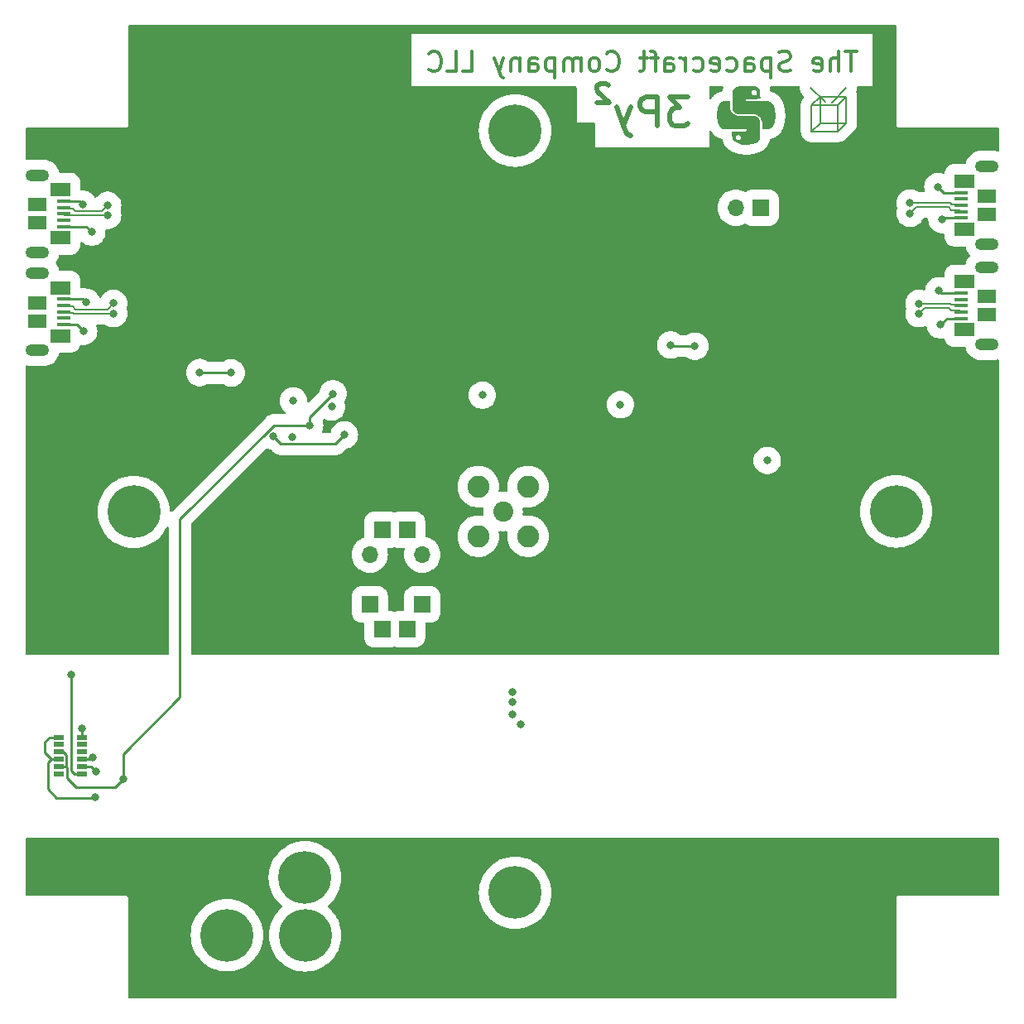
<source format=gbr>
%TF.GenerationSoftware,KiCad,Pcbnew,7.0.5*%
%TF.CreationDate,2023-07-31T21:27:43-07:00*%
%TF.ProjectId,antenna_top_cap,616e7465-6e6e-4615-9f74-6f705f636170,rev?*%
%TF.SameCoordinates,Original*%
%TF.FileFunction,Copper,L4,Bot*%
%TF.FilePolarity,Positive*%
%FSLAX46Y46*%
G04 Gerber Fmt 4.6, Leading zero omitted, Abs format (unit mm)*
G04 Created by KiCad (PCBNEW 7.0.5) date 2023-07-31 21:27:43*
%MOMM*%
%LPD*%
G01*
G04 APERTURE LIST*
%ADD10C,0.500000*%
%TA.AperFunction,NonConductor*%
%ADD11C,0.500000*%
%TD*%
%ADD12C,0.300000*%
%TA.AperFunction,NonConductor*%
%ADD13C,0.300000*%
%TD*%
%TA.AperFunction,NonConductor*%
%ADD14C,0.200000*%
%TD*%
%TA.AperFunction,ComponentPad*%
%ADD15O,2.416000X1.208000*%
%TD*%
%TA.AperFunction,SMDPad,CuDef*%
%ADD16R,2.100000X1.475000*%
%TD*%
%TA.AperFunction,SMDPad,CuDef*%
%ADD17R,1.900000X1.375000*%
%TD*%
%TA.AperFunction,SMDPad,CuDef*%
%ADD18R,1.380000X0.450000*%
%TD*%
%TA.AperFunction,ComponentPad*%
%ADD19O,1.700000X1.700000*%
%TD*%
%TA.AperFunction,ComponentPad*%
%ADD20R,1.700000X1.700000*%
%TD*%
%TA.AperFunction,ComponentPad*%
%ADD21C,5.400000*%
%TD*%
%TA.AperFunction,ComponentPad*%
%ADD22C,2.050000*%
%TD*%
%TA.AperFunction,ComponentPad*%
%ADD23C,2.250000*%
%TD*%
%TA.AperFunction,SMDPad,CuDef*%
%ADD24R,1.000000X0.500000*%
%TD*%
%TA.AperFunction,ViaPad*%
%ADD25C,0.800000*%
%TD*%
%TA.AperFunction,Conductor*%
%ADD26C,0.254000*%
%TD*%
%TA.AperFunction,Conductor*%
%ADD27C,0.250000*%
%TD*%
%TA.AperFunction,Conductor*%
%ADD28C,0.200000*%
%TD*%
G04 APERTURE END LIST*
D10*
D11*
X183493040Y-69775791D02*
X181635897Y-69775791D01*
X181635897Y-69775791D02*
X182635897Y-70918648D01*
X182635897Y-70918648D02*
X182207326Y-70918648D01*
X182207326Y-70918648D02*
X181921612Y-71061505D01*
X181921612Y-71061505D02*
X181778754Y-71204362D01*
X181778754Y-71204362D02*
X181635897Y-71490076D01*
X181635897Y-71490076D02*
X181635897Y-72204362D01*
X181635897Y-72204362D02*
X181778754Y-72490076D01*
X181778754Y-72490076D02*
X181921612Y-72632934D01*
X181921612Y-72632934D02*
X182207326Y-72775791D01*
X182207326Y-72775791D02*
X183064469Y-72775791D01*
X183064469Y-72775791D02*
X183350183Y-72632934D01*
X183350183Y-72632934D02*
X183493040Y-72490076D01*
X180350183Y-72775791D02*
X180350183Y-69775791D01*
X180350183Y-69775791D02*
X179207326Y-69775791D01*
X179207326Y-69775791D02*
X178921611Y-69918648D01*
X178921611Y-69918648D02*
X178778754Y-70061505D01*
X178778754Y-70061505D02*
X178635897Y-70347219D01*
X178635897Y-70347219D02*
X178635897Y-70775791D01*
X178635897Y-70775791D02*
X178778754Y-71061505D01*
X178778754Y-71061505D02*
X178921611Y-71204362D01*
X178921611Y-71204362D02*
X179207326Y-71347219D01*
X179207326Y-71347219D02*
X180350183Y-71347219D01*
X177635897Y-70775791D02*
X176921611Y-72775791D01*
X176207326Y-70775791D02*
X176921611Y-72775791D01*
X176921611Y-72775791D02*
X177207326Y-73490076D01*
X177207326Y-73490076D02*
X177350183Y-73632934D01*
X177350183Y-73632934D02*
X177635897Y-73775791D01*
D12*
D13*
X200755335Y-65159038D02*
X199612478Y-65159038D01*
X200183907Y-67159038D02*
X200183907Y-65159038D01*
X198945811Y-67159038D02*
X198945811Y-65159038D01*
X198088668Y-67159038D02*
X198088668Y-66111419D01*
X198088668Y-66111419D02*
X198183906Y-65920942D01*
X198183906Y-65920942D02*
X198374382Y-65825704D01*
X198374382Y-65825704D02*
X198660097Y-65825704D01*
X198660097Y-65825704D02*
X198850573Y-65920942D01*
X198850573Y-65920942D02*
X198945811Y-66016180D01*
X196374382Y-67063800D02*
X196564858Y-67159038D01*
X196564858Y-67159038D02*
X196945811Y-67159038D01*
X196945811Y-67159038D02*
X197136287Y-67063800D01*
X197136287Y-67063800D02*
X197231525Y-66873323D01*
X197231525Y-66873323D02*
X197231525Y-66111419D01*
X197231525Y-66111419D02*
X197136287Y-65920942D01*
X197136287Y-65920942D02*
X196945811Y-65825704D01*
X196945811Y-65825704D02*
X196564858Y-65825704D01*
X196564858Y-65825704D02*
X196374382Y-65920942D01*
X196374382Y-65920942D02*
X196279144Y-66111419D01*
X196279144Y-66111419D02*
X196279144Y-66301895D01*
X196279144Y-66301895D02*
X197231525Y-66492371D01*
X193993429Y-67063800D02*
X193707715Y-67159038D01*
X193707715Y-67159038D02*
X193231524Y-67159038D01*
X193231524Y-67159038D02*
X193041048Y-67063800D01*
X193041048Y-67063800D02*
X192945810Y-66968561D01*
X192945810Y-66968561D02*
X192850572Y-66778085D01*
X192850572Y-66778085D02*
X192850572Y-66587609D01*
X192850572Y-66587609D02*
X192945810Y-66397133D01*
X192945810Y-66397133D02*
X193041048Y-66301895D01*
X193041048Y-66301895D02*
X193231524Y-66206657D01*
X193231524Y-66206657D02*
X193612477Y-66111419D01*
X193612477Y-66111419D02*
X193802953Y-66016180D01*
X193802953Y-66016180D02*
X193898191Y-65920942D01*
X193898191Y-65920942D02*
X193993429Y-65730466D01*
X193993429Y-65730466D02*
X193993429Y-65539990D01*
X193993429Y-65539990D02*
X193898191Y-65349514D01*
X193898191Y-65349514D02*
X193802953Y-65254276D01*
X193802953Y-65254276D02*
X193612477Y-65159038D01*
X193612477Y-65159038D02*
X193136286Y-65159038D01*
X193136286Y-65159038D02*
X192850572Y-65254276D01*
X191993429Y-65825704D02*
X191993429Y-67825704D01*
X191993429Y-65920942D02*
X191802953Y-65825704D01*
X191802953Y-65825704D02*
X191422000Y-65825704D01*
X191422000Y-65825704D02*
X191231524Y-65920942D01*
X191231524Y-65920942D02*
X191136286Y-66016180D01*
X191136286Y-66016180D02*
X191041048Y-66206657D01*
X191041048Y-66206657D02*
X191041048Y-66778085D01*
X191041048Y-66778085D02*
X191136286Y-66968561D01*
X191136286Y-66968561D02*
X191231524Y-67063800D01*
X191231524Y-67063800D02*
X191422000Y-67159038D01*
X191422000Y-67159038D02*
X191802953Y-67159038D01*
X191802953Y-67159038D02*
X191993429Y-67063800D01*
X189326762Y-67159038D02*
X189326762Y-66111419D01*
X189326762Y-66111419D02*
X189422000Y-65920942D01*
X189422000Y-65920942D02*
X189612476Y-65825704D01*
X189612476Y-65825704D02*
X189993429Y-65825704D01*
X189993429Y-65825704D02*
X190183905Y-65920942D01*
X189326762Y-67063800D02*
X189517238Y-67159038D01*
X189517238Y-67159038D02*
X189993429Y-67159038D01*
X189993429Y-67159038D02*
X190183905Y-67063800D01*
X190183905Y-67063800D02*
X190279143Y-66873323D01*
X190279143Y-66873323D02*
X190279143Y-66682847D01*
X190279143Y-66682847D02*
X190183905Y-66492371D01*
X190183905Y-66492371D02*
X189993429Y-66397133D01*
X189993429Y-66397133D02*
X189517238Y-66397133D01*
X189517238Y-66397133D02*
X189326762Y-66301895D01*
X187517238Y-67063800D02*
X187707714Y-67159038D01*
X187707714Y-67159038D02*
X188088667Y-67159038D01*
X188088667Y-67159038D02*
X188279143Y-67063800D01*
X188279143Y-67063800D02*
X188374381Y-66968561D01*
X188374381Y-66968561D02*
X188469619Y-66778085D01*
X188469619Y-66778085D02*
X188469619Y-66206657D01*
X188469619Y-66206657D02*
X188374381Y-66016180D01*
X188374381Y-66016180D02*
X188279143Y-65920942D01*
X188279143Y-65920942D02*
X188088667Y-65825704D01*
X188088667Y-65825704D02*
X187707714Y-65825704D01*
X187707714Y-65825704D02*
X187517238Y-65920942D01*
X185898190Y-67063800D02*
X186088666Y-67159038D01*
X186088666Y-67159038D02*
X186469619Y-67159038D01*
X186469619Y-67159038D02*
X186660095Y-67063800D01*
X186660095Y-67063800D02*
X186755333Y-66873323D01*
X186755333Y-66873323D02*
X186755333Y-66111419D01*
X186755333Y-66111419D02*
X186660095Y-65920942D01*
X186660095Y-65920942D02*
X186469619Y-65825704D01*
X186469619Y-65825704D02*
X186088666Y-65825704D01*
X186088666Y-65825704D02*
X185898190Y-65920942D01*
X185898190Y-65920942D02*
X185802952Y-66111419D01*
X185802952Y-66111419D02*
X185802952Y-66301895D01*
X185802952Y-66301895D02*
X186755333Y-66492371D01*
X184088666Y-67063800D02*
X184279142Y-67159038D01*
X184279142Y-67159038D02*
X184660095Y-67159038D01*
X184660095Y-67159038D02*
X184850571Y-67063800D01*
X184850571Y-67063800D02*
X184945809Y-66968561D01*
X184945809Y-66968561D02*
X185041047Y-66778085D01*
X185041047Y-66778085D02*
X185041047Y-66206657D01*
X185041047Y-66206657D02*
X184945809Y-66016180D01*
X184945809Y-66016180D02*
X184850571Y-65920942D01*
X184850571Y-65920942D02*
X184660095Y-65825704D01*
X184660095Y-65825704D02*
X184279142Y-65825704D01*
X184279142Y-65825704D02*
X184088666Y-65920942D01*
X183231523Y-67159038D02*
X183231523Y-65825704D01*
X183231523Y-66206657D02*
X183136285Y-66016180D01*
X183136285Y-66016180D02*
X183041047Y-65920942D01*
X183041047Y-65920942D02*
X182850571Y-65825704D01*
X182850571Y-65825704D02*
X182660094Y-65825704D01*
X181136285Y-67159038D02*
X181136285Y-66111419D01*
X181136285Y-66111419D02*
X181231523Y-65920942D01*
X181231523Y-65920942D02*
X181421999Y-65825704D01*
X181421999Y-65825704D02*
X181802952Y-65825704D01*
X181802952Y-65825704D02*
X181993428Y-65920942D01*
X181136285Y-67063800D02*
X181326761Y-67159038D01*
X181326761Y-67159038D02*
X181802952Y-67159038D01*
X181802952Y-67159038D02*
X181993428Y-67063800D01*
X181993428Y-67063800D02*
X182088666Y-66873323D01*
X182088666Y-66873323D02*
X182088666Y-66682847D01*
X182088666Y-66682847D02*
X181993428Y-66492371D01*
X181993428Y-66492371D02*
X181802952Y-66397133D01*
X181802952Y-66397133D02*
X181326761Y-66397133D01*
X181326761Y-66397133D02*
X181136285Y-66301895D01*
X180469618Y-65825704D02*
X179707714Y-65825704D01*
X180183904Y-67159038D02*
X180183904Y-65444752D01*
X180183904Y-65444752D02*
X180088666Y-65254276D01*
X180088666Y-65254276D02*
X179898190Y-65159038D01*
X179898190Y-65159038D02*
X179707714Y-65159038D01*
X179326761Y-65825704D02*
X178564857Y-65825704D01*
X179041047Y-65159038D02*
X179041047Y-66873323D01*
X179041047Y-66873323D02*
X178945809Y-67063800D01*
X178945809Y-67063800D02*
X178755333Y-67159038D01*
X178755333Y-67159038D02*
X178564857Y-67159038D01*
X175231523Y-66968561D02*
X175326761Y-67063800D01*
X175326761Y-67063800D02*
X175612475Y-67159038D01*
X175612475Y-67159038D02*
X175802951Y-67159038D01*
X175802951Y-67159038D02*
X176088666Y-67063800D01*
X176088666Y-67063800D02*
X176279142Y-66873323D01*
X176279142Y-66873323D02*
X176374380Y-66682847D01*
X176374380Y-66682847D02*
X176469618Y-66301895D01*
X176469618Y-66301895D02*
X176469618Y-66016180D01*
X176469618Y-66016180D02*
X176374380Y-65635228D01*
X176374380Y-65635228D02*
X176279142Y-65444752D01*
X176279142Y-65444752D02*
X176088666Y-65254276D01*
X176088666Y-65254276D02*
X175802951Y-65159038D01*
X175802951Y-65159038D02*
X175612475Y-65159038D01*
X175612475Y-65159038D02*
X175326761Y-65254276D01*
X175326761Y-65254276D02*
X175231523Y-65349514D01*
X174088666Y-67159038D02*
X174279142Y-67063800D01*
X174279142Y-67063800D02*
X174374380Y-66968561D01*
X174374380Y-66968561D02*
X174469618Y-66778085D01*
X174469618Y-66778085D02*
X174469618Y-66206657D01*
X174469618Y-66206657D02*
X174374380Y-66016180D01*
X174374380Y-66016180D02*
X174279142Y-65920942D01*
X174279142Y-65920942D02*
X174088666Y-65825704D01*
X174088666Y-65825704D02*
X173802951Y-65825704D01*
X173802951Y-65825704D02*
X173612475Y-65920942D01*
X173612475Y-65920942D02*
X173517237Y-66016180D01*
X173517237Y-66016180D02*
X173421999Y-66206657D01*
X173421999Y-66206657D02*
X173421999Y-66778085D01*
X173421999Y-66778085D02*
X173517237Y-66968561D01*
X173517237Y-66968561D02*
X173612475Y-67063800D01*
X173612475Y-67063800D02*
X173802951Y-67159038D01*
X173802951Y-67159038D02*
X174088666Y-67159038D01*
X172564856Y-67159038D02*
X172564856Y-65825704D01*
X172564856Y-66016180D02*
X172469618Y-65920942D01*
X172469618Y-65920942D02*
X172279142Y-65825704D01*
X172279142Y-65825704D02*
X171993427Y-65825704D01*
X171993427Y-65825704D02*
X171802951Y-65920942D01*
X171802951Y-65920942D02*
X171707713Y-66111419D01*
X171707713Y-66111419D02*
X171707713Y-67159038D01*
X171707713Y-66111419D02*
X171612475Y-65920942D01*
X171612475Y-65920942D02*
X171421999Y-65825704D01*
X171421999Y-65825704D02*
X171136285Y-65825704D01*
X171136285Y-65825704D02*
X170945808Y-65920942D01*
X170945808Y-65920942D02*
X170850570Y-66111419D01*
X170850570Y-66111419D02*
X170850570Y-67159038D01*
X169898189Y-65825704D02*
X169898189Y-67825704D01*
X169898189Y-65920942D02*
X169707713Y-65825704D01*
X169707713Y-65825704D02*
X169326760Y-65825704D01*
X169326760Y-65825704D02*
X169136284Y-65920942D01*
X169136284Y-65920942D02*
X169041046Y-66016180D01*
X169041046Y-66016180D02*
X168945808Y-66206657D01*
X168945808Y-66206657D02*
X168945808Y-66778085D01*
X168945808Y-66778085D02*
X169041046Y-66968561D01*
X169041046Y-66968561D02*
X169136284Y-67063800D01*
X169136284Y-67063800D02*
X169326760Y-67159038D01*
X169326760Y-67159038D02*
X169707713Y-67159038D01*
X169707713Y-67159038D02*
X169898189Y-67063800D01*
X167231522Y-67159038D02*
X167231522Y-66111419D01*
X167231522Y-66111419D02*
X167326760Y-65920942D01*
X167326760Y-65920942D02*
X167517236Y-65825704D01*
X167517236Y-65825704D02*
X167898189Y-65825704D01*
X167898189Y-65825704D02*
X168088665Y-65920942D01*
X167231522Y-67063800D02*
X167421998Y-67159038D01*
X167421998Y-67159038D02*
X167898189Y-67159038D01*
X167898189Y-67159038D02*
X168088665Y-67063800D01*
X168088665Y-67063800D02*
X168183903Y-66873323D01*
X168183903Y-66873323D02*
X168183903Y-66682847D01*
X168183903Y-66682847D02*
X168088665Y-66492371D01*
X168088665Y-66492371D02*
X167898189Y-66397133D01*
X167898189Y-66397133D02*
X167421998Y-66397133D01*
X167421998Y-66397133D02*
X167231522Y-66301895D01*
X166279141Y-65825704D02*
X166279141Y-67159038D01*
X166279141Y-66016180D02*
X166183903Y-65920942D01*
X166183903Y-65920942D02*
X165993427Y-65825704D01*
X165993427Y-65825704D02*
X165707712Y-65825704D01*
X165707712Y-65825704D02*
X165517236Y-65920942D01*
X165517236Y-65920942D02*
X165421998Y-66111419D01*
X165421998Y-66111419D02*
X165421998Y-67159038D01*
X164660093Y-65825704D02*
X164183903Y-67159038D01*
X163707712Y-65825704D02*
X164183903Y-67159038D01*
X164183903Y-67159038D02*
X164374379Y-67635228D01*
X164374379Y-67635228D02*
X164469617Y-67730466D01*
X164469617Y-67730466D02*
X164660093Y-67825704D01*
X160469616Y-67159038D02*
X161421997Y-67159038D01*
X161421997Y-67159038D02*
X161421997Y-65159038D01*
X158850568Y-67159038D02*
X159802949Y-67159038D01*
X159802949Y-67159038D02*
X159802949Y-65159038D01*
X157041044Y-66968561D02*
X157136282Y-67063800D01*
X157136282Y-67063800D02*
X157421996Y-67159038D01*
X157421996Y-67159038D02*
X157612472Y-67159038D01*
X157612472Y-67159038D02*
X157898187Y-67063800D01*
X157898187Y-67063800D02*
X158088663Y-66873323D01*
X158088663Y-66873323D02*
X158183901Y-66682847D01*
X158183901Y-66682847D02*
X158279139Y-66301895D01*
X158279139Y-66301895D02*
X158279139Y-66016180D01*
X158279139Y-66016180D02*
X158183901Y-65635228D01*
X158183901Y-65635228D02*
X158088663Y-65444752D01*
X158088663Y-65444752D02*
X157898187Y-65254276D01*
X157898187Y-65254276D02*
X157612472Y-65159038D01*
X157612472Y-65159038D02*
X157421996Y-65159038D01*
X157421996Y-65159038D02*
X157136282Y-65254276D01*
X157136282Y-65254276D02*
X157041044Y-65349514D01*
D10*
D11*
X175361612Y-68583648D02*
X175266374Y-68488410D01*
X175266374Y-68488410D02*
X175075898Y-68393172D01*
X175075898Y-68393172D02*
X174599707Y-68393172D01*
X174599707Y-68393172D02*
X174409231Y-68488410D01*
X174409231Y-68488410D02*
X174313993Y-68583648D01*
X174313993Y-68583648D02*
X174218755Y-68774124D01*
X174218755Y-68774124D02*
X174218755Y-68964600D01*
X174218755Y-68964600D02*
X174313993Y-69250314D01*
X174313993Y-69250314D02*
X175456850Y-70393172D01*
X175456850Y-70393172D02*
X174218755Y-70393172D01*
D14*
X199695800Y-68869400D02*
X198215800Y-70349400D01*
X197015800Y-72459400D02*
X199715800Y-72459400D01*
X198865800Y-73309400D02*
X198865800Y-70609400D01*
X198865800Y-70609400D02*
X196165800Y-70609400D01*
X199715800Y-69759400D02*
X199715800Y-72459400D01*
X196165800Y-70609400D02*
X197015800Y-69759400D01*
X199715800Y-69759400D02*
X197015800Y-69759400D01*
X196165800Y-73309400D02*
X197015800Y-72459400D01*
X196165800Y-70609400D02*
X196165800Y-73309400D01*
X196065800Y-68859400D02*
X197535800Y-70329400D01*
X197015800Y-69759400D02*
X197015800Y-72459400D01*
X196165800Y-73309400D02*
X198865800Y-73309400D01*
X198865800Y-70609400D02*
X199715800Y-69759400D01*
X199715800Y-72459400D02*
X198865800Y-73309400D01*
%TA.AperFunction,EtchedComponent*%
%TO.C,G\u002A\u002A\u002A*%
G36*
X190907444Y-69425066D02*
G01*
X190910426Y-69573965D01*
X190917741Y-69992151D01*
X190196191Y-69998042D01*
X189474640Y-70003934D01*
X189474640Y-70182493D01*
X191728946Y-70204813D01*
X191856573Y-70264631D01*
X191908782Y-70291244D01*
X192067766Y-70404087D01*
X192199624Y-70551176D01*
X192302753Y-70730425D01*
X192375550Y-70939748D01*
X192435074Y-71226325D01*
X192466572Y-71551319D01*
X192457591Y-71875680D01*
X192408369Y-72208662D01*
X192359311Y-72411849D01*
X192286321Y-72620711D01*
X192197242Y-72790618D01*
X192090780Y-72923499D01*
X191965644Y-73021284D01*
X191820540Y-73085900D01*
X191774147Y-73095766D01*
X191681770Y-73106100D01*
X191561305Y-73113099D01*
X191422048Y-73116061D01*
X191115150Y-73117554D01*
X191115150Y-72753966D01*
X191114248Y-72637200D01*
X191108203Y-72474738D01*
X191095272Y-72342671D01*
X191074060Y-72232278D01*
X191043173Y-72134836D01*
X191001215Y-72041622D01*
X190995840Y-72031416D01*
X190919062Y-71920943D01*
X190813045Y-71810862D01*
X190690281Y-71712689D01*
X190563265Y-71637940D01*
X190412075Y-71566324D01*
X189496960Y-71555164D01*
X189287587Y-71552566D01*
X189098349Y-71549969D01*
X188945023Y-71547339D01*
X188823060Y-71544395D01*
X188727912Y-71540857D01*
X188655033Y-71536442D01*
X188599873Y-71530870D01*
X188557885Y-71523859D01*
X188524522Y-71515129D01*
X188495234Y-71504397D01*
X188465476Y-71491384D01*
X188374572Y-71438189D01*
X188263769Y-71344366D01*
X188166112Y-71231687D01*
X188094810Y-71113615D01*
X188088283Y-71099234D01*
X188077156Y-71071608D01*
X188068183Y-71041143D01*
X188061133Y-71003193D01*
X188055774Y-70953115D01*
X188051874Y-70886263D01*
X188049203Y-70797994D01*
X188047529Y-70683663D01*
X188046619Y-70538625D01*
X188046243Y-70358237D01*
X188046169Y-70137853D01*
X188046169Y-69302776D01*
X190026750Y-69302776D01*
X190027667Y-69398469D01*
X190066689Y-69497500D01*
X190070129Y-69502900D01*
X190124025Y-69561639D01*
X190188648Y-69603519D01*
X190242626Y-69622415D01*
X190335765Y-69630652D01*
X190418069Y-69598686D01*
X190497594Y-69524454D01*
X190506113Y-69514102D01*
X190544007Y-69454495D01*
X190559408Y-69389694D01*
X190557352Y-69300858D01*
X190549546Y-69253640D01*
X190512230Y-69181063D01*
X190438550Y-69121188D01*
X190378108Y-69092599D01*
X190280914Y-69078081D01*
X190191020Y-69098074D01*
X190114587Y-69146344D01*
X190057777Y-69216657D01*
X190026750Y-69302776D01*
X188046169Y-69302776D01*
X188046169Y-69267378D01*
X188100800Y-69156361D01*
X188110345Y-69137747D01*
X188207922Y-68998137D01*
X188338511Y-68877265D01*
X188492515Y-68784249D01*
X188577182Y-68748994D01*
X188706685Y-68709735D01*
X188856295Y-68680624D01*
X189032016Y-68660825D01*
X189239850Y-68649499D01*
X189485800Y-68645811D01*
X189555625Y-68646109D01*
X189857391Y-68656560D01*
X190118381Y-68682179D01*
X190339711Y-68723296D01*
X190522492Y-68780238D01*
X190667840Y-68853336D01*
X190776866Y-68942918D01*
X190850685Y-69049314D01*
X190866114Y-69082487D01*
X190880805Y-69122907D01*
X190891413Y-69169727D01*
X190898808Y-69230595D01*
X190903861Y-69313159D01*
X190906311Y-69389694D01*
X190907444Y-69425066D01*
G37*
%TD.AperFunction*%
%TA.AperFunction,EtchedComponent*%
G36*
X190906246Y-73922550D02*
G01*
X190901342Y-73977818D01*
X190894697Y-74019518D01*
X190886046Y-74052454D01*
X190875121Y-74081427D01*
X190861656Y-74111241D01*
X190797710Y-74213044D01*
X190700150Y-74319365D01*
X190582741Y-74415040D01*
X190457401Y-74488934D01*
X190364050Y-74527818D01*
X190229504Y-74574135D01*
X190081324Y-74617695D01*
X189935855Y-74653743D01*
X189809438Y-74677523D01*
X189800904Y-74678733D01*
X189573112Y-74697524D01*
X189339312Y-74693036D01*
X189106543Y-74667031D01*
X188881847Y-74621271D01*
X188672264Y-74557517D01*
X188484836Y-74477532D01*
X188326603Y-74383078D01*
X188204606Y-74275917D01*
X188199318Y-74269997D01*
X188139770Y-74195235D01*
X188096077Y-74118957D01*
X188065997Y-74032589D01*
X188056980Y-73981966D01*
X188396990Y-73981966D01*
X188420025Y-74069538D01*
X188473541Y-74145586D01*
X188559298Y-74201411D01*
X188590673Y-74213320D01*
X188688731Y-74229768D01*
X188774430Y-74205598D01*
X188855797Y-74139123D01*
X188886668Y-74099824D01*
X188926029Y-74006863D01*
X188930100Y-73911065D01*
X188902492Y-73821232D01*
X188846814Y-73746166D01*
X188766676Y-73694672D01*
X188665689Y-73675551D01*
X188574453Y-73690453D01*
X188493167Y-73737114D01*
X188435321Y-73807054D01*
X188402675Y-73891571D01*
X188396990Y-73981966D01*
X188056980Y-73981966D01*
X188047287Y-73927552D01*
X188037705Y-73795271D01*
X188035009Y-73627169D01*
X188035009Y-73319051D01*
X188754825Y-73313162D01*
X189474640Y-73307273D01*
X189481504Y-73212414D01*
X189488367Y-73117554D01*
X188352822Y-73117554D01*
X188279955Y-73117553D01*
X188017151Y-73117419D01*
X187794209Y-73116742D01*
X187607314Y-73115081D01*
X187452648Y-73111994D01*
X187326396Y-73107038D01*
X187224740Y-73099772D01*
X187143865Y-73089753D01*
X187079953Y-73076539D01*
X187029189Y-73059688D01*
X186987756Y-73038758D01*
X186951837Y-73013306D01*
X186917616Y-72982890D01*
X186881276Y-72947069D01*
X186835466Y-72895763D01*
X186744067Y-72758677D01*
X186662213Y-72589860D01*
X186592363Y-72397808D01*
X186536974Y-72191020D01*
X186498504Y-71977994D01*
X186479412Y-71767225D01*
X186482154Y-71567213D01*
X186497952Y-71402597D01*
X186536199Y-71150954D01*
X186588794Y-70921591D01*
X186654236Y-70718875D01*
X186731027Y-70547172D01*
X186817665Y-70410847D01*
X186912651Y-70314268D01*
X186934991Y-70297681D01*
X186994753Y-70259574D01*
X187057395Y-70232091D01*
X187131258Y-70213544D01*
X187224683Y-70202245D01*
X187346012Y-70196504D01*
X187503586Y-70194632D01*
X187853798Y-70193653D01*
X187860704Y-70623310D01*
X187867611Y-71052967D01*
X187939226Y-71204158D01*
X187999588Y-71313182D01*
X188125037Y-71469708D01*
X188278704Y-71594099D01*
X188456087Y-71683019D01*
X188652687Y-71733131D01*
X188691584Y-71737004D01*
X188778779Y-71741951D01*
X188899458Y-71746366D01*
X189047184Y-71750093D01*
X189215518Y-71752978D01*
X189398021Y-71754865D01*
X189588255Y-71755601D01*
X190371465Y-71756043D01*
X190508300Y-71824420D01*
X190532277Y-71836952D01*
X190675348Y-71938154D01*
X190789961Y-72067369D01*
X190868887Y-72216734D01*
X190879189Y-72245868D01*
X190889033Y-72280502D01*
X190896843Y-72320718D01*
X190902853Y-72371397D01*
X190907292Y-72437421D01*
X190910394Y-72523674D01*
X190912389Y-72635037D01*
X190913510Y-72776393D01*
X190913987Y-72952624D01*
X190914053Y-73168611D01*
X190914018Y-73274600D01*
X190913807Y-73469747D01*
X190913192Y-73627313D01*
X190911904Y-73752100D01*
X190909678Y-73848912D01*
X190906781Y-73911065D01*
X190906246Y-73922550D01*
G37*
%TD.AperFunction*%
%TD*%
D15*
%TO.P,J11,SH6*%
%TO.N,N/C*%
X116995800Y-87819400D03*
D16*
%TO.P,J11,SH5*%
X119295800Y-89306900D03*
D17*
%TO.P,J11,SH4*%
X116995800Y-90831900D03*
%TO.P,J11,SH3*%
X116995800Y-92706900D03*
D16*
%TO.P,J11,SH2*%
X119295800Y-94231900D03*
D15*
%TO.P,J11,SH1,Shield*%
%TO.N,GND*%
X116995800Y-95719400D03*
D18*
%TO.P,J11,5,GND*%
X119655800Y-93069400D03*
%TO.P,J11,4,ID*%
%TO.N,unconnected-(J11-ID-Pad4)*%
X119655800Y-92419400D03*
%TO.P,J11,3,D+*%
%TO.N,/0d+*%
X119655800Y-91769400D03*
%TO.P,J11,2,D-*%
%TO.N,/0d-*%
X119655800Y-91119400D03*
%TO.P,J11,1,VBUS*%
%TO.N,Net-(J11-VBUS)*%
X119655800Y-90469400D03*
%TD*%
%TO.P,J10,1,VBUS*%
%TO.N,Net-(J10-VBUS)*%
X119655800Y-80444400D03*
%TO.P,J10,2,D-*%
%TO.N,/1d-*%
X119655800Y-81094400D03*
%TO.P,J10,3,D+*%
%TO.N,/1d+*%
X119655800Y-81744400D03*
%TO.P,J10,4,ID*%
%TO.N,unconnected-(J10-ID-Pad4)*%
X119655800Y-82394400D03*
%TO.P,J10,5,GND*%
%TO.N,GND*%
X119655800Y-83044400D03*
D15*
%TO.P,J10,SH1,Shield*%
X116995800Y-85694400D03*
D16*
%TO.P,J10,SH2*%
%TO.N,N/C*%
X119295800Y-84206900D03*
D17*
%TO.P,J10,SH3*%
X116995800Y-82681900D03*
%TO.P,J10,SH4*%
X116995800Y-80806900D03*
D16*
%TO.P,J10,SH5*%
X119295800Y-79281900D03*
D15*
%TO.P,J10,SH6*%
X116995800Y-77794400D03*
%TD*%
%TO.P,J13,SH6*%
%TO.N,N/C*%
X214095800Y-95094400D03*
D16*
%TO.P,J13,SH5*%
X211795800Y-93606900D03*
D17*
%TO.P,J13,SH4*%
X214095800Y-92081900D03*
%TO.P,J13,SH3*%
X214095800Y-90206900D03*
D16*
%TO.P,J13,SH2*%
X211795800Y-88681900D03*
D15*
%TO.P,J13,SH1,Shield*%
%TO.N,GND*%
X214095800Y-87194400D03*
D18*
%TO.P,J13,5,GND*%
X211435800Y-89844400D03*
%TO.P,J13,4,ID*%
%TO.N,unconnected-(J13-ID-Pad4)*%
X211435800Y-90494400D03*
%TO.P,J13,3,D+*%
%TO.N,/2d+*%
X211435800Y-91144400D03*
%TO.P,J13,2,D-*%
%TO.N,/2d-*%
X211435800Y-91794400D03*
%TO.P,J13,1,VBUS*%
%TO.N,Net-(J13-VBUS)*%
X211435800Y-92444400D03*
%TD*%
%TO.P,J15,1,VBUS*%
%TO.N,Net-(J15-VBUS)*%
X211435800Y-82169400D03*
%TO.P,J15,2,D-*%
%TO.N,/3d-*%
X211435800Y-81519400D03*
%TO.P,J15,3,D+*%
%TO.N,/3d+*%
X211435800Y-80869400D03*
%TO.P,J15,4,ID*%
%TO.N,unconnected-(J15-ID-Pad4)*%
X211435800Y-80219400D03*
%TO.P,J15,5,GND*%
%TO.N,GND*%
X211435800Y-79569400D03*
D15*
%TO.P,J15,SH1,Shield*%
X214095800Y-76919400D03*
D16*
%TO.P,J15,SH2*%
%TO.N,N/C*%
X211795800Y-78406900D03*
D17*
%TO.P,J15,SH3*%
X214095800Y-79931900D03*
%TO.P,J15,SH4*%
X214095800Y-81806900D03*
D16*
%TO.P,J15,SH5*%
X211795800Y-83331900D03*
D15*
%TO.P,J15,SH6*%
X214095800Y-84819400D03*
%TD*%
D19*
%TO.P,J7,1,Power*%
%TO.N,Net-(J3-Pin_1)*%
X150975800Y-116609400D03*
D20*
X152245800Y-114069400D03*
X154785800Y-114069400D03*
D19*
X156345800Y-116609400D03*
D20*
%TO.P,J7,2,GND*%
%TO.N,Net-(J3-Pin_2)*%
X150975800Y-121689400D03*
X152245800Y-124229400D03*
X154785800Y-124229400D03*
X156345800Y-121689400D03*
%TD*%
D21*
%TO.P,TP3,1,1*%
%TO.N,GND*%
X136355798Y-155529400D03*
%TD*%
D20*
%TO.P,J1,1,Pin_1*%
%TO.N,/BATT_NEG*%
X190945800Y-81119400D03*
D19*
%TO.P,J1,2,Pin_2*%
%TO.N,/BATT_POS*%
X188405800Y-81119400D03*
%TD*%
D21*
%TO.P,TP7,1,1*%
%TO.N,GND*%
X144355800Y-155549400D03*
%TD*%
%TO.P,TP2,1,1*%
%TO.N,GND*%
X144327277Y-149625673D03*
%TD*%
%TO.P,TP5,1,1*%
%TO.N,GND*%
X126825800Y-112239400D03*
%TD*%
%TO.P,TP6,1,1*%
%TO.N,GND*%
X165835800Y-73239400D03*
%TD*%
%TO.P,TP1,1,1*%
%TO.N,GND*%
X165835800Y-151189400D03*
%TD*%
%TO.P,TP4,1,1*%
%TO.N,GND*%
X204805800Y-112189400D03*
%TD*%
D22*
%TO.P,J5,1,In*%
%TO.N,Net-(J5-In)*%
X164605800Y-112189400D03*
D23*
%TO.P,J5,2,Ext*%
%TO.N,GND*%
X162065800Y-109649400D03*
X162065800Y-114729400D03*
X167145800Y-109649400D03*
X167145800Y-114729400D03*
%TD*%
D24*
%TO.P,U1,1,GPIO1*%
%TO.N,/GPIO*%
X121525800Y-135279400D03*
%TO.P,U1,2,NC*%
%TO.N,unconnected-(U1-NC-Pad2)*%
X121525800Y-136029400D03*
%TO.P,U1,3,NC*%
%TO.N,unconnected-(U1-NC-Pad3)*%
X121525800Y-136779400D03*
%TO.P,U1,4,GPIO0*%
%TO.N,/XSHUT_2.8V*%
X121525800Y-137529400D03*
%TO.P,U1,5,SCL*%
%TO.N,/SCL_3V*%
X121525800Y-138279400D03*
%TO.P,U1,6,SDA*%
%TO.N,/SDA_3V*%
X121525800Y-139029400D03*
%TO.P,U1,7,NC*%
%TO.N,unconnected-(U1-NC-Pad7)*%
X119125800Y-139029400D03*
%TO.P,U1,8,AVDD_VCSEL*%
%TO.N,2.8V*%
X119125800Y-138279400D03*
%TO.P,U1,9,AVSS_VCSEL*%
%TO.N,GND*%
X119125800Y-137529400D03*
%TO.P,U1,10,AVDD*%
%TO.N,2.8V*%
X119125800Y-136779400D03*
%TO.P,U1,11,NC*%
%TO.N,unconnected-(U1-NC-Pad11)*%
X119125800Y-136029400D03*
%TO.P,U1,12,AVSS*%
%TO.N,GND*%
X119125800Y-135279400D03*
%TD*%
D25*
%TO.N,2.8V*%
X147215800Y-100149400D03*
%TO.N,GND*%
X121705800Y-93769400D03*
%TO.N,Net-(J11-VBUS)*%
X121985800Y-90804899D03*
%TO.N,GND*%
X122535800Y-83619400D03*
%TO.N,Net-(J10-VBUS)*%
X121585800Y-80764899D03*
%TO.N,Net-(J13-VBUS)*%
X209325800Y-93099900D03*
%TO.N,GND*%
X209175800Y-89609400D03*
%TO.N,Net-(J15-VBUS)*%
X209502184Y-82340211D03*
%TO.N,GND*%
X209075800Y-78979400D03*
%TO.N,/0d-*%
X124770784Y-90904400D03*
%TO.N,/0d+*%
X124770784Y-91954400D03*
%TO.N,/1d-*%
X124159873Y-80864400D03*
%TO.N,/1d+*%
X124159873Y-81914400D03*
%TO.N,GND*%
X166395800Y-133959400D03*
X165595800Y-130699400D03*
X122897421Y-141398978D03*
X165565800Y-131709400D03*
X165555800Y-132969400D03*
X133575800Y-97979400D03*
X136795800Y-98019400D03*
%TO.N,+3V3*%
X191625800Y-106969400D03*
X147075800Y-101489400D03*
X176605800Y-101258901D03*
X143145800Y-100869400D03*
X162475800Y-100299400D03*
%TO.N,2.8V*%
X125765800Y-139589400D03*
X144825800Y-103370725D03*
%TO.N,/SCL_3V*%
X122944313Y-138770900D03*
%TO.N,/SDA_3V*%
X143015800Y-104569400D03*
X120455800Y-128919400D03*
%TO.N,SCL1*%
X184225800Y-95279400D03*
X181745800Y-95159400D03*
X148375800Y-104359400D03*
X141065800Y-104469400D03*
%TO.N,/GPIO*%
X121535800Y-134409400D03*
%TO.N,/XSHUT_2.8V*%
X122604434Y-137311857D03*
%TO.N,/2d-*%
X207144972Y-91964400D03*
%TO.N,/2d+*%
X207144972Y-90914400D03*
%TO.N,/3d-*%
X206237842Y-81684400D03*
%TO.N,/3d+*%
X206237842Y-80634400D03*
%TD*%
D26*
%TO.N,2.8V*%
X144825800Y-102539400D02*
X144825800Y-103370725D01*
X147215800Y-100149400D02*
X144825800Y-102539400D01*
D27*
%TO.N,GND*%
X121005800Y-93069400D02*
X121705800Y-93769400D01*
X119655800Y-93069400D02*
X121005800Y-93069400D01*
%TO.N,Net-(J11-VBUS)*%
X121650301Y-90469400D02*
X121985800Y-90804899D01*
X119655800Y-90469400D02*
X121650301Y-90469400D01*
%TO.N,GND*%
X121975800Y-83059400D02*
X122535800Y-83619400D01*
X119655800Y-83059400D02*
X121975800Y-83059400D01*
%TO.N,Net-(J10-VBUS)*%
X121280301Y-80459400D02*
X121585800Y-80764899D01*
X119655800Y-80459400D02*
X121280301Y-80459400D01*
%TO.N,Net-(J13-VBUS)*%
X209986297Y-92439403D02*
X209325800Y-93099900D01*
X211435800Y-92439403D02*
X209986297Y-92439403D01*
%TO.N,GND*%
X209405803Y-89839403D02*
X209175800Y-89609400D01*
X211435800Y-89839403D02*
X209405803Y-89839403D01*
%TO.N,Net-(J15-VBUS)*%
X209662995Y-82179400D02*
X209502184Y-82340211D01*
X211435800Y-82179400D02*
X209662995Y-82179400D01*
%TO.N,GND*%
X209675800Y-79579400D02*
X209075800Y-78979400D01*
X211435800Y-79579400D02*
X209675800Y-79579400D01*
D28*
%TO.N,/0d-*%
X119780800Y-91244400D02*
X119655800Y-91119400D01*
X120632168Y-91244400D02*
X119780800Y-91244400D01*
X124170785Y-91504399D02*
X120892167Y-91504399D01*
%TO.N,/0d+*%
X119794403Y-91894400D02*
X119669403Y-91769400D01*
X120645800Y-91894400D02*
X119794403Y-91894400D01*
%TO.N,/0d-*%
X124770784Y-90904400D02*
X124170785Y-91504399D01*
%TO.N,/0d+*%
X120645800Y-91954400D02*
X120645800Y-91894400D01*
X119669403Y-91769400D02*
X119655800Y-91769400D01*
%TO.N,/0d-*%
X120892167Y-91504399D02*
X120632168Y-91244400D01*
%TO.N,/0d+*%
X124770784Y-91954400D02*
X120645800Y-91954400D01*
%TO.N,/1d-*%
X119780800Y-81234400D02*
X119655800Y-81109400D01*
X120632168Y-81234400D02*
X119780800Y-81234400D01*
X120862167Y-81464399D02*
X120632168Y-81234400D01*
X123559874Y-81464399D02*
X120862167Y-81464399D01*
%TO.N,/1d+*%
X119794403Y-81884400D02*
X119669403Y-81759400D01*
X120645800Y-81884400D02*
X119794403Y-81884400D01*
%TO.N,/1d-*%
X124159873Y-80864400D02*
X123559874Y-81464399D01*
%TO.N,/1d+*%
X119669403Y-81759400D02*
X119655800Y-81759400D01*
X120645800Y-81914400D02*
X120645800Y-81884400D01*
X124159873Y-81914400D02*
X120645800Y-81914400D01*
D26*
%TO.N,GND*%
X117725800Y-135779400D02*
X118225800Y-135279400D01*
X118225800Y-135279400D02*
X119125800Y-135279400D01*
X118371800Y-137529400D02*
X117725800Y-136883400D01*
X117725800Y-136883400D02*
X117725800Y-135779400D01*
X118065800Y-140589400D02*
X118065800Y-137835400D01*
X122894919Y-141459400D02*
X118935800Y-141459400D01*
X118371800Y-137529400D02*
X119125800Y-137529400D01*
X118935800Y-141459400D02*
X118065800Y-140589400D01*
X118065800Y-137835400D02*
X118371800Y-137529400D01*
X133615800Y-98019400D02*
X133575800Y-97979400D01*
X136795800Y-98019400D02*
X133615800Y-98019400D01*
%TO.N,2.8V*%
X124961640Y-140369400D02*
X125741640Y-139589400D01*
X119879800Y-138279400D02*
X119955800Y-138203400D01*
X131545800Y-131197547D02*
X125765800Y-136977547D01*
X144825800Y-103370725D02*
X141136341Y-103370725D01*
X119625800Y-136779400D02*
X119125800Y-136779400D01*
X141136341Y-103370725D02*
X131545800Y-112961266D01*
X119879800Y-138279400D02*
X119995800Y-138395400D01*
X119125800Y-138279400D02*
X119879800Y-138279400D01*
X119955800Y-138203400D02*
X119955800Y-137109400D01*
X125765800Y-136977547D02*
X125765800Y-139589400D01*
X125741640Y-139589400D02*
X125765800Y-139589400D01*
X119995800Y-139459400D02*
X120905800Y-140369400D01*
X119955800Y-137109400D02*
X119625800Y-136779400D01*
X131545800Y-112961266D02*
X131545800Y-131197547D01*
X120905800Y-140369400D02*
X124961640Y-140369400D01*
X119995800Y-138395400D02*
X119995800Y-139459400D01*
%TO.N,/SCL_3V*%
X122452813Y-138279400D02*
X122944313Y-138770900D01*
X121525800Y-138279400D02*
X122452813Y-138279400D01*
%TO.N,/SDA_3V*%
X121525800Y-139029400D02*
X120771800Y-139029400D01*
X120455800Y-138713400D02*
X120455800Y-128919400D01*
X120771800Y-139029400D02*
X120455800Y-138713400D01*
%TO.N,SCL1*%
X184225800Y-95279400D02*
X181865800Y-95279400D01*
X181865800Y-95279400D02*
X181745800Y-95159400D01*
X141892800Y-105296400D02*
X141065800Y-104469400D01*
X148375800Y-104359400D02*
X147438800Y-105296400D01*
X147438800Y-105296400D02*
X141892800Y-105296400D01*
%TO.N,/GPIO*%
X121535800Y-135269400D02*
X121525800Y-135279400D01*
X121535800Y-134409400D02*
X121535800Y-135269400D01*
%TO.N,/XSHUT_2.8V*%
X122386891Y-137529400D02*
X122604434Y-137311857D01*
X121525800Y-137529400D02*
X122386891Y-137529400D01*
D28*
%TO.N,/2d-*%
X211310800Y-91664403D02*
X211435800Y-91789403D01*
X210459432Y-91664403D02*
X211310800Y-91664403D01*
X207744971Y-91364401D02*
X210159430Y-91364401D01*
X210159430Y-91364401D02*
X210459432Y-91664403D01*
X207144972Y-91964400D02*
X207744971Y-91364401D01*
%TO.N,/2d+*%
X210445800Y-90914400D02*
X210445800Y-91014403D01*
X207144972Y-90914400D02*
X210445800Y-90914400D01*
X211422197Y-91139403D02*
X211435800Y-91139403D01*
X210445800Y-91014403D02*
X211297197Y-91014403D01*
X211297197Y-91014403D02*
X211422197Y-91139403D01*
%TO.N,/3d-*%
X211310800Y-81404400D02*
X211435800Y-81529400D01*
X210459432Y-81404400D02*
X211310800Y-81404400D01*
X206837841Y-81084401D02*
X210139433Y-81084401D01*
X206237842Y-81684400D02*
X206837841Y-81084401D01*
X210139433Y-81084401D02*
X210459432Y-81404400D01*
%TO.N,/3d+*%
X211297197Y-80754400D02*
X211422197Y-80879400D01*
X210445800Y-80634400D02*
X210445800Y-80754400D01*
X211422197Y-80879400D02*
X211435800Y-80879400D01*
X206237842Y-80634400D02*
X210445800Y-80634400D01*
X210445800Y-80754400D02*
X211297197Y-80754400D01*
%TD*%
%TA.AperFunction,NonConductor*%
G36*
X140275414Y-62418280D02*
G01*
X140611421Y-62419781D01*
X140613521Y-62419904D01*
X140615746Y-62419903D01*
X140615749Y-62419904D01*
X140637705Y-62419899D01*
X140662223Y-62420009D01*
X140664335Y-62419894D01*
X151729648Y-62417723D01*
X151848057Y-62417700D01*
X204719700Y-62417700D01*
X204787821Y-62437702D01*
X204834314Y-62491358D01*
X204845700Y-62543700D01*
X204845699Y-72723619D01*
X204845700Y-72723629D01*
X204845700Y-72762963D01*
X204849596Y-72771054D01*
X204858911Y-72797675D01*
X204860910Y-72806431D01*
X204860911Y-72806432D01*
X204866504Y-72813445D01*
X204881517Y-72837336D01*
X204885412Y-72845424D01*
X204892429Y-72851020D01*
X204912380Y-72870971D01*
X204917976Y-72877988D01*
X204926063Y-72881882D01*
X204949949Y-72896892D01*
X204956969Y-72902490D01*
X204965721Y-72904487D01*
X204992349Y-72913805D01*
X205000437Y-72917700D01*
X205023610Y-72917700D01*
X215219660Y-72917700D01*
X215287781Y-72937702D01*
X215334274Y-72991358D01*
X215345660Y-73043716D01*
X215345385Y-75264485D01*
X215325375Y-75332603D01*
X215271713Y-75379089D01*
X215201438Y-75389184D01*
X215189971Y-75386988D01*
X215068423Y-75357807D01*
X214951575Y-75329754D01*
X214762836Y-75314900D01*
X213428764Y-75314900D01*
X213240024Y-75329753D01*
X213240025Y-75329754D01*
X212994450Y-75388711D01*
X212761121Y-75485359D01*
X212545781Y-75617320D01*
X212545779Y-75617321D01*
X212353738Y-75781338D01*
X212189721Y-75973379D01*
X212189720Y-75973381D01*
X212057759Y-76188721D01*
X211961111Y-76422052D01*
X211961109Y-76422058D01*
X211925035Y-76572315D01*
X211889683Y-76633884D01*
X211826656Y-76666566D01*
X211802517Y-76668900D01*
X210687772Y-76668900D01*
X210687762Y-76668901D01*
X210568388Y-76679513D01*
X210568385Y-76679513D01*
X210568382Y-76679514D01*
X210372751Y-76735491D01*
X210372748Y-76735492D01*
X210192395Y-76829700D01*
X210034691Y-76958291D01*
X209906100Y-77115995D01*
X209811892Y-77296348D01*
X209755914Y-77491982D01*
X209755914Y-77491984D01*
X209749441Y-77564787D01*
X209723484Y-77630868D01*
X209665922Y-77672426D01*
X209595029Y-77676266D01*
X209583024Y-77672800D01*
X209420785Y-77617103D01*
X209420778Y-77617101D01*
X209322800Y-77600752D01*
X209191849Y-77578900D01*
X208959751Y-77578900D01*
X208845183Y-77598018D01*
X208730821Y-77617101D01*
X208730814Y-77617103D01*
X208511299Y-77692462D01*
X208511297Y-77692463D01*
X208307174Y-77802929D01*
X208307173Y-77802930D01*
X208124013Y-77945489D01*
X207966818Y-78116250D01*
X207839875Y-78310551D01*
X207746644Y-78523096D01*
X207746642Y-78523100D01*
X207689667Y-78748085D01*
X207689666Y-78748091D01*
X207670500Y-78979399D01*
X207689666Y-79210708D01*
X207689667Y-79210714D01*
X207731770Y-79376968D01*
X207729103Y-79447915D01*
X207688503Y-79506157D01*
X207622860Y-79533203D01*
X207609626Y-79533900D01*
X207147330Y-79533900D01*
X207079209Y-79513898D01*
X207069952Y-79507341D01*
X207006468Y-79457930D01*
X207006467Y-79457929D01*
X206802344Y-79347463D01*
X206802342Y-79347462D01*
X206582827Y-79272103D01*
X206582820Y-79272101D01*
X206484842Y-79255752D01*
X206353891Y-79233900D01*
X206121793Y-79233900D01*
X206015327Y-79251666D01*
X205892863Y-79272101D01*
X205892856Y-79272103D01*
X205673341Y-79347462D01*
X205673339Y-79347463D01*
X205469216Y-79457929D01*
X205469215Y-79457930D01*
X205286055Y-79600489D01*
X205128860Y-79771250D01*
X205001917Y-79965551D01*
X204908686Y-80178096D01*
X204908684Y-80178100D01*
X204851709Y-80403085D01*
X204851708Y-80403091D01*
X204832542Y-80634399D01*
X204851708Y-80865708D01*
X204851709Y-80865714D01*
X204908684Y-81090699D01*
X204908685Y-81090702D01*
X204916619Y-81108790D01*
X204925663Y-81179208D01*
X204916619Y-81210010D01*
X204908685Y-81228097D01*
X204908684Y-81228100D01*
X204851709Y-81453085D01*
X204851708Y-81453091D01*
X204832542Y-81684400D01*
X204851708Y-81915708D01*
X204851709Y-81915714D01*
X204908684Y-82140699D01*
X204908686Y-82140703D01*
X205001917Y-82353248D01*
X205112695Y-82522807D01*
X205128863Y-82547553D01*
X205286058Y-82718313D01*
X205469215Y-82860869D01*
X205469216Y-82860870D01*
X205673339Y-82971336D01*
X205673341Y-82971337D01*
X205682922Y-82974626D01*
X205892861Y-83046698D01*
X206121793Y-83084900D01*
X206121797Y-83084900D01*
X206353887Y-83084900D01*
X206353891Y-83084900D01*
X206582823Y-83046698D01*
X206802345Y-82971336D01*
X207006468Y-82860870D01*
X207189626Y-82718313D01*
X207346821Y-82547553D01*
X207473766Y-82353249D01*
X207514543Y-82260286D01*
X207560224Y-82205939D01*
X207628036Y-82184915D01*
X207629930Y-82184901D01*
X207972881Y-82184901D01*
X208041002Y-82204903D01*
X208087495Y-82258559D01*
X208098450Y-82321304D01*
X208097372Y-82334325D01*
X208096884Y-82340212D01*
X208116050Y-82571519D01*
X208116051Y-82571525D01*
X208173026Y-82796510D01*
X208173028Y-82796514D01*
X208266259Y-83009059D01*
X208391880Y-83201337D01*
X208393205Y-83203364D01*
X208550400Y-83374124D01*
X208618896Y-83427436D01*
X208733557Y-83516680D01*
X208733558Y-83516681D01*
X208937681Y-83627147D01*
X208937683Y-83627148D01*
X209052938Y-83666715D01*
X209157203Y-83702509D01*
X209386135Y-83740711D01*
X209386139Y-83740711D01*
X209619300Y-83740711D01*
X209687421Y-83760713D01*
X209733914Y-83814369D01*
X209745300Y-83866711D01*
X209745300Y-84127427D01*
X209745301Y-84127437D01*
X209752560Y-84209098D01*
X209755914Y-84246818D01*
X209811891Y-84442449D01*
X209811892Y-84442451D01*
X209895954Y-84603381D01*
X209906102Y-84622807D01*
X210034691Y-84780509D01*
X210192393Y-84909098D01*
X210372751Y-85003309D01*
X210568382Y-85059286D01*
X210687763Y-85069900D01*
X211802517Y-85069899D01*
X211870638Y-85089901D01*
X211917131Y-85143557D01*
X211925035Y-85166482D01*
X211961112Y-85316751D01*
X212057760Y-85550080D01*
X212189719Y-85765417D01*
X212326075Y-85925070D01*
X212355105Y-85989860D01*
X212344500Y-86060060D01*
X212326075Y-86088730D01*
X212189718Y-86248384D01*
X212057759Y-86463721D01*
X211961111Y-86697052D01*
X211961109Y-86697058D01*
X211925035Y-86847315D01*
X211889683Y-86908884D01*
X211826656Y-86941566D01*
X211802517Y-86943900D01*
X210687772Y-86943900D01*
X210687762Y-86943901D01*
X210568388Y-86954513D01*
X210568385Y-86954513D01*
X210568382Y-86954514D01*
X210372751Y-87010491D01*
X210372748Y-87010492D01*
X210192395Y-87104700D01*
X210034691Y-87233291D01*
X209906100Y-87390995D01*
X209811892Y-87571348D01*
X209755914Y-87766982D01*
X209755914Y-87766984D01*
X209745300Y-87886365D01*
X209745300Y-88147705D01*
X209725298Y-88215826D01*
X209671642Y-88262319D01*
X209601368Y-88272423D01*
X209578389Y-88266878D01*
X209520789Y-88247104D01*
X209520778Y-88247101D01*
X209422800Y-88230752D01*
X209291849Y-88208900D01*
X209059751Y-88208900D01*
X208945183Y-88228018D01*
X208830821Y-88247101D01*
X208830814Y-88247103D01*
X208611299Y-88322462D01*
X208611297Y-88322463D01*
X208407174Y-88432929D01*
X208407173Y-88432930D01*
X208224013Y-88575489D01*
X208066818Y-88746250D01*
X207939875Y-88940551D01*
X207846644Y-89153096D01*
X207846642Y-89153100D01*
X207789667Y-89378085D01*
X207789666Y-89378091D01*
X207780725Y-89486002D01*
X207755165Y-89552239D01*
X207697854Y-89594142D01*
X207626985Y-89598408D01*
X207614244Y-89594770D01*
X207489961Y-89552104D01*
X207489950Y-89552101D01*
X207391972Y-89535752D01*
X207261021Y-89513900D01*
X207028923Y-89513900D01*
X206914355Y-89533018D01*
X206799993Y-89552101D01*
X206799986Y-89552103D01*
X206580471Y-89627462D01*
X206580469Y-89627463D01*
X206376346Y-89737929D01*
X206376345Y-89737930D01*
X206193185Y-89880489D01*
X206035990Y-90051250D01*
X205909047Y-90245551D01*
X205815816Y-90458096D01*
X205815814Y-90458100D01*
X205758839Y-90683085D01*
X205758838Y-90683091D01*
X205739672Y-90914400D01*
X205758838Y-91145708D01*
X205758839Y-91145714D01*
X205815814Y-91370699D01*
X205815815Y-91370702D01*
X205823749Y-91388790D01*
X205832793Y-91459208D01*
X205823749Y-91490010D01*
X205815815Y-91508097D01*
X205815814Y-91508100D01*
X205758839Y-91733085D01*
X205758838Y-91733091D01*
X205739672Y-91964399D01*
X205758838Y-92195708D01*
X205758839Y-92195714D01*
X205815814Y-92420699D01*
X205815816Y-92420703D01*
X205909047Y-92633248D01*
X206029459Y-92817553D01*
X206035993Y-92827553D01*
X206145784Y-92946818D01*
X206183979Y-92988310D01*
X206193188Y-92998313D01*
X206319938Y-93096966D01*
X206376345Y-93140869D01*
X206376346Y-93140870D01*
X206580469Y-93251336D01*
X206580471Y-93251337D01*
X206695726Y-93290904D01*
X206799991Y-93326698D01*
X207028923Y-93364900D01*
X207028927Y-93364900D01*
X207261017Y-93364900D01*
X207261021Y-93364900D01*
X207489953Y-93326698D01*
X207709475Y-93251336D01*
X207753840Y-93227326D01*
X207823269Y-93212496D01*
X207889695Y-93237555D01*
X207932029Y-93294550D01*
X207939378Y-93327729D01*
X207939666Y-93331205D01*
X207939666Y-93331208D01*
X207939667Y-93331209D01*
X207939667Y-93331215D01*
X207996642Y-93556199D01*
X207996644Y-93556203D01*
X208089875Y-93768748D01*
X208212434Y-93956339D01*
X208216821Y-93963053D01*
X208374016Y-94133813D01*
X208517498Y-94245489D01*
X208557173Y-94276369D01*
X208557174Y-94276370D01*
X208761297Y-94386836D01*
X208761299Y-94386837D01*
X208846968Y-94416247D01*
X208980819Y-94462198D01*
X209209751Y-94500400D01*
X209209755Y-94500400D01*
X209441851Y-94500400D01*
X209528626Y-94485919D01*
X209624816Y-94469868D01*
X209695299Y-94478384D01*
X209749989Y-94523655D01*
X209766691Y-94559483D01*
X209811891Y-94717449D01*
X209811892Y-94717451D01*
X209856742Y-94803313D01*
X209906102Y-94897807D01*
X210034691Y-95055509D01*
X210192393Y-95184098D01*
X210372751Y-95278309D01*
X210568382Y-95334286D01*
X210687763Y-95344900D01*
X211802517Y-95344899D01*
X211870638Y-95364901D01*
X211917131Y-95418557D01*
X211925035Y-95441482D01*
X211961112Y-95591751D01*
X212057760Y-95825080D01*
X212178769Y-96022549D01*
X212189720Y-96040418D01*
X212189721Y-96040420D01*
X212353738Y-96232461D01*
X212545779Y-96396478D01*
X212545783Y-96396481D01*
X212761120Y-96528440D01*
X212994449Y-96625088D01*
X213240025Y-96684046D01*
X213428764Y-96698900D01*
X213428766Y-96698900D01*
X214762834Y-96698900D01*
X214762836Y-96698900D01*
X214951575Y-96684046D01*
X215189894Y-96626830D01*
X215260797Y-96630377D01*
X215318532Y-96671697D01*
X215344762Y-96737670D01*
X215345304Y-96749348D01*
X215345520Y-126753399D01*
X215325518Y-126821520D01*
X215271863Y-126868013D01*
X215219520Y-126879400D01*
X197977991Y-126879400D01*
X197943934Y-126869400D01*
X197915800Y-126869400D01*
X132885800Y-126869400D01*
X132863433Y-126869400D01*
X132850392Y-126876521D01*
X132823609Y-126879400D01*
X132799300Y-126879400D01*
X132731179Y-126859398D01*
X132684686Y-126805742D01*
X132673300Y-126753400D01*
X132673300Y-122597427D01*
X149125300Y-122597427D01*
X149125301Y-122597434D01*
X149125301Y-122597436D01*
X149135914Y-122716818D01*
X149191891Y-122912449D01*
X149286102Y-123092807D01*
X149414691Y-123250509D01*
X149572393Y-123379098D01*
X149752751Y-123473309D01*
X149948382Y-123529286D01*
X150067763Y-123539900D01*
X150269300Y-123539899D01*
X150337420Y-123559901D01*
X150383913Y-123613556D01*
X150395300Y-123665899D01*
X150395300Y-125137427D01*
X150395301Y-125137434D01*
X150395301Y-125137436D01*
X150405914Y-125256818D01*
X150461891Y-125452449D01*
X150556102Y-125632807D01*
X150684691Y-125790509D01*
X150842393Y-125919098D01*
X151022751Y-126013309D01*
X151218382Y-126069286D01*
X151337763Y-126079900D01*
X153153836Y-126079899D01*
X153273218Y-126069286D01*
X153468849Y-126013309D01*
X153468853Y-126013306D01*
X153469038Y-126013233D01*
X153469152Y-126013222D01*
X153474993Y-126011551D01*
X153475304Y-126012638D01*
X153539717Y-126006525D01*
X153562562Y-126013233D01*
X153562747Y-126013307D01*
X153562751Y-126013309D01*
X153758382Y-126069286D01*
X153877763Y-126079900D01*
X155693836Y-126079899D01*
X155813218Y-126069286D01*
X156008849Y-126013309D01*
X156189207Y-125919098D01*
X156346909Y-125790509D01*
X156475498Y-125632807D01*
X156569709Y-125452449D01*
X156625686Y-125256818D01*
X156636300Y-125137437D01*
X156636299Y-123665898D01*
X156656301Y-123597778D01*
X156709957Y-123551285D01*
X156762299Y-123539899D01*
X157253828Y-123539899D01*
X157253836Y-123539899D01*
X157373218Y-123529286D01*
X157568849Y-123473309D01*
X157749207Y-123379098D01*
X157906909Y-123250509D01*
X158035498Y-123092807D01*
X158129709Y-122912449D01*
X158185686Y-122716818D01*
X158196300Y-122597437D01*
X158196299Y-120781364D01*
X158185686Y-120661982D01*
X158129709Y-120466351D01*
X158035498Y-120285993D01*
X157906909Y-120128291D01*
X157749207Y-119999702D01*
X157749205Y-119999701D01*
X157749204Y-119999700D01*
X157568851Y-119905492D01*
X157568850Y-119905491D01*
X157568849Y-119905491D01*
X157373218Y-119849514D01*
X157253837Y-119838900D01*
X157253832Y-119838900D01*
X155437772Y-119838900D01*
X155437762Y-119838901D01*
X155318388Y-119849513D01*
X155318385Y-119849513D01*
X155318382Y-119849514D01*
X155122751Y-119905491D01*
X155122748Y-119905492D01*
X154942395Y-119999700D01*
X154784691Y-120128291D01*
X154656100Y-120285995D01*
X154561892Y-120466348D01*
X154561891Y-120466350D01*
X154561891Y-120466351D01*
X154505914Y-120661982D01*
X154505914Y-120661988D01*
X154495300Y-120781365D01*
X154495300Y-122252900D01*
X154475298Y-122321021D01*
X154421642Y-122367514D01*
X154369300Y-122378900D01*
X153877772Y-122378900D01*
X153877762Y-122378901D01*
X153758388Y-122389513D01*
X153758385Y-122389513D01*
X153758382Y-122389514D01*
X153649844Y-122420570D01*
X153562742Y-122445493D01*
X153562539Y-122445575D01*
X153562418Y-122445586D01*
X153556608Y-122447249D01*
X153556298Y-122446166D01*
X153491859Y-122452270D01*
X153469061Y-122445575D01*
X153468857Y-122445493D01*
X153403196Y-122426705D01*
X153273218Y-122389514D01*
X153153837Y-122378900D01*
X153153834Y-122378900D01*
X152952299Y-122378900D01*
X152884178Y-122358898D01*
X152837685Y-122305242D01*
X152826299Y-122252900D01*
X152826299Y-120781371D01*
X152826299Y-120781364D01*
X152815686Y-120661982D01*
X152759709Y-120466351D01*
X152665498Y-120285993D01*
X152536909Y-120128291D01*
X152379207Y-119999702D01*
X152379205Y-119999701D01*
X152379204Y-119999700D01*
X152198851Y-119905492D01*
X152198850Y-119905491D01*
X152198849Y-119905491D01*
X152003218Y-119849514D01*
X151883837Y-119838900D01*
X151883832Y-119838900D01*
X150067772Y-119838900D01*
X150067762Y-119838901D01*
X149948388Y-119849513D01*
X149948385Y-119849513D01*
X149948382Y-119849514D01*
X149752751Y-119905491D01*
X149752748Y-119905492D01*
X149572395Y-119999700D01*
X149414691Y-120128291D01*
X149286100Y-120285995D01*
X149191892Y-120466348D01*
X149191891Y-120466350D01*
X149191891Y-120466351D01*
X149135914Y-120661982D01*
X149135914Y-120661988D01*
X149125300Y-120781365D01*
X149125300Y-122597427D01*
X132673300Y-122597427D01*
X132673300Y-116609400D01*
X149120573Y-116609400D01*
X149139456Y-116873422D01*
X149195723Y-117132078D01*
X149288226Y-117380088D01*
X149288227Y-117380092D01*
X149415082Y-117612408D01*
X149573714Y-117824316D01*
X149573722Y-117824325D01*
X149760874Y-118011477D01*
X149760883Y-118011485D01*
X149760885Y-118011487D01*
X149972789Y-118170116D01*
X150205111Y-118296974D01*
X150453122Y-118389477D01*
X150711774Y-118445743D01*
X150975800Y-118464627D01*
X151239826Y-118445743D01*
X151498478Y-118389477D01*
X151746489Y-118296974D01*
X151978811Y-118170116D01*
X152190715Y-118011487D01*
X152377887Y-117824315D01*
X152536516Y-117612411D01*
X152663374Y-117380089D01*
X152755877Y-117132078D01*
X152812143Y-116873426D01*
X152831027Y-116609400D01*
X152812143Y-116345374D01*
X152755877Y-116086722D01*
X152755874Y-116086713D01*
X152754610Y-116082407D01*
X152756505Y-116081850D01*
X152751999Y-116019160D01*
X152786002Y-115956835D01*
X152848302Y-115922788D01*
X152875129Y-115919899D01*
X153153828Y-115919899D01*
X153153836Y-115919899D01*
X153273218Y-115909286D01*
X153468849Y-115853309D01*
X153468853Y-115853306D01*
X153469038Y-115853233D01*
X153469152Y-115853222D01*
X153474993Y-115851551D01*
X153475304Y-115852638D01*
X153539717Y-115846525D01*
X153562562Y-115853233D01*
X153562749Y-115853308D01*
X153562751Y-115853309D01*
X153758382Y-115909286D01*
X153877763Y-115919900D01*
X154446470Y-115919899D01*
X154514591Y-115939901D01*
X154561084Y-115993557D01*
X154571188Y-116063830D01*
X154566488Y-116082259D01*
X154566990Y-116082407D01*
X154565725Y-116086713D01*
X154509456Y-116345377D01*
X154490573Y-116609400D01*
X154509456Y-116873422D01*
X154565723Y-117132078D01*
X154658226Y-117380088D01*
X154658227Y-117380092D01*
X154785082Y-117612408D01*
X154943714Y-117824316D01*
X154943722Y-117824325D01*
X155130874Y-118011477D01*
X155130883Y-118011485D01*
X155130885Y-118011487D01*
X155342789Y-118170116D01*
X155575111Y-118296974D01*
X155823122Y-118389477D01*
X156081774Y-118445743D01*
X156345800Y-118464627D01*
X156609826Y-118445743D01*
X156868478Y-118389477D01*
X157116489Y-118296974D01*
X157348811Y-118170116D01*
X157560715Y-118011487D01*
X157747887Y-117824315D01*
X157906516Y-117612411D01*
X158033374Y-117380089D01*
X158125877Y-117132078D01*
X158182143Y-116873426D01*
X158201027Y-116609400D01*
X158182143Y-116345374D01*
X158125877Y-116086722D01*
X158033374Y-115838711D01*
X157906516Y-115606389D01*
X157747887Y-115394485D01*
X157747885Y-115394483D01*
X157747877Y-115394474D01*
X157560725Y-115207322D01*
X157560716Y-115207314D01*
X157533948Y-115187276D01*
X157348811Y-115048684D01*
X157348809Y-115048683D01*
X157348808Y-115048682D01*
X157116492Y-114921827D01*
X157116489Y-114921826D01*
X156868478Y-114829323D01*
X156868476Y-114829322D01*
X156868472Y-114829321D01*
X156735515Y-114800398D01*
X156673203Y-114766373D01*
X156653016Y-114729404D01*
X159935333Y-114729404D01*
X159955174Y-115019485D01*
X159955175Y-115019491D01*
X159955176Y-115019499D01*
X159961241Y-115048684D01*
X160014334Y-115304186D01*
X160014336Y-115304194D01*
X160111715Y-115578189D01*
X160245481Y-115836344D01*
X160245484Y-115836349D01*
X160245488Y-115836356D01*
X160413173Y-116073912D01*
X160611643Y-116286422D01*
X160837202Y-116469927D01*
X161085647Y-116621010D01*
X161352350Y-116736856D01*
X161632344Y-116815306D01*
X161920398Y-116854899D01*
X161920412Y-116854900D01*
X162211188Y-116854900D01*
X162211201Y-116854899D01*
X162424671Y-116825557D01*
X162499256Y-116815306D01*
X162779250Y-116736856D01*
X163045953Y-116621010D01*
X163294398Y-116469927D01*
X163519957Y-116286422D01*
X163718427Y-116073912D01*
X163886112Y-115836356D01*
X163995828Y-115624614D01*
X164019884Y-115578189D01*
X164019885Y-115578184D01*
X164019888Y-115578180D01*
X164117264Y-115304193D01*
X164176424Y-115019499D01*
X164189432Y-114829323D01*
X164196267Y-114729404D01*
X164196267Y-114729395D01*
X164176425Y-114439314D01*
X164176424Y-114439304D01*
X164176424Y-114439301D01*
X164156188Y-114341920D01*
X164161911Y-114271157D01*
X164204985Y-114214719D01*
X164271733Y-114190529D01*
X164296709Y-114191460D01*
X164467238Y-114214899D01*
X164467252Y-114214900D01*
X164744348Y-114214900D01*
X164744361Y-114214899D01*
X164914889Y-114191460D01*
X164985098Y-114201999D01*
X165038465Y-114248824D01*
X165058044Y-114317068D01*
X165055411Y-114341920D01*
X165035175Y-114439304D01*
X165035174Y-114439314D01*
X165015333Y-114729395D01*
X165015333Y-114729404D01*
X165035174Y-115019485D01*
X165035175Y-115019491D01*
X165035176Y-115019499D01*
X165041241Y-115048684D01*
X165094334Y-115304186D01*
X165094336Y-115304194D01*
X165191715Y-115578189D01*
X165325481Y-115836344D01*
X165325484Y-115836349D01*
X165325488Y-115836356D01*
X165493173Y-116073912D01*
X165691643Y-116286422D01*
X165917202Y-116469927D01*
X166165647Y-116621010D01*
X166432350Y-116736856D01*
X166712344Y-116815306D01*
X167000398Y-116854899D01*
X167000412Y-116854900D01*
X167291188Y-116854900D01*
X167291201Y-116854899D01*
X167504671Y-116825557D01*
X167579256Y-116815306D01*
X167859250Y-116736856D01*
X168125953Y-116621010D01*
X168374398Y-116469927D01*
X168599957Y-116286422D01*
X168798427Y-116073912D01*
X168966112Y-115836356D01*
X169075828Y-115624614D01*
X169099884Y-115578189D01*
X169099885Y-115578184D01*
X169099888Y-115578180D01*
X169197264Y-115304193D01*
X169256424Y-115019499D01*
X169269432Y-114829323D01*
X169276267Y-114729404D01*
X169276267Y-114729395D01*
X169256425Y-114439314D01*
X169256424Y-114439308D01*
X169256424Y-114439301D01*
X169197264Y-114154607D01*
X169099888Y-113880620D01*
X169099886Y-113880617D01*
X169099884Y-113880610D01*
X168966118Y-113622455D01*
X168966116Y-113622452D01*
X168966112Y-113622444D01*
X168798427Y-113384888D01*
X168599957Y-113172378D01*
X168374398Y-112988873D01*
X168125953Y-112837790D01*
X168125949Y-112837788D01*
X168125947Y-112837787D01*
X168016478Y-112790238D01*
X167859250Y-112721944D01*
X167630028Y-112657719D01*
X167579253Y-112643493D01*
X167579255Y-112643493D01*
X167291201Y-112603900D01*
X167291188Y-112603900D01*
X167000412Y-112603900D01*
X167000398Y-112603900D01*
X166753161Y-112637883D01*
X166682951Y-112627343D01*
X166629585Y-112580518D01*
X166610006Y-112512275D01*
X166612640Y-112487423D01*
X166617123Y-112465850D01*
X166628797Y-112295189D01*
X166636033Y-112189407D01*
X201100222Y-112189407D01*
X201120520Y-112576729D01*
X201181198Y-112959833D01*
X201281587Y-113334493D01*
X201420581Y-113696584D01*
X201420585Y-113696592D01*
X201596676Y-114042192D01*
X201700457Y-114201999D01*
X201807924Y-114367484D01*
X201807929Y-114367490D01*
X201807931Y-114367493D01*
X202052006Y-114668902D01*
X202052020Y-114668917D01*
X202326282Y-114943179D01*
X202326297Y-114943193D01*
X202627706Y-115187268D01*
X202627716Y-115187276D01*
X202807754Y-115304194D01*
X202953007Y-115398523D01*
X202953011Y-115398525D01*
X203298606Y-115574614D01*
X203298610Y-115574615D01*
X203298615Y-115574618D01*
X203660706Y-115713612D01*
X203660711Y-115713613D01*
X203660713Y-115713614D01*
X204035367Y-115814002D01*
X204418462Y-115874678D01*
X204418464Y-115874678D01*
X204418470Y-115874679D01*
X204805793Y-115894978D01*
X204805800Y-115894978D01*
X204805807Y-115894978D01*
X205193129Y-115874679D01*
X205193133Y-115874678D01*
X205193138Y-115874678D01*
X205576233Y-115814002D01*
X205950887Y-115713614D01*
X205950890Y-115713612D01*
X205950893Y-115713612D01*
X206312984Y-115574618D01*
X206312985Y-115574617D01*
X206312994Y-115574614D01*
X206658589Y-115398525D01*
X206983884Y-115187276D01*
X207191081Y-115019491D01*
X207285302Y-114943193D01*
X207285307Y-114943187D01*
X207285316Y-114943181D01*
X207559581Y-114668916D01*
X207559587Y-114668907D01*
X207559593Y-114668902D01*
X207745517Y-114439304D01*
X207803676Y-114367484D01*
X208014925Y-114042189D01*
X208191014Y-113696594D01*
X208191018Y-113696584D01*
X208330012Y-113334493D01*
X208330014Y-113334487D01*
X208430402Y-112959833D01*
X208491078Y-112576738D01*
X208491078Y-112576733D01*
X208491079Y-112576729D01*
X208511378Y-112189407D01*
X208511378Y-112189392D01*
X208491079Y-111802070D01*
X208485077Y-111764176D01*
X208430402Y-111418967D01*
X208330014Y-111044313D01*
X208330013Y-111044311D01*
X208330012Y-111044306D01*
X208191018Y-110682215D01*
X208191014Y-110682207D01*
X208191014Y-110682206D01*
X208014925Y-110336611D01*
X208014923Y-110336607D01*
X207911142Y-110176799D01*
X207803676Y-110011316D01*
X207803668Y-110011306D01*
X207559593Y-109709897D01*
X207559579Y-109709882D01*
X207285317Y-109435620D01*
X207285302Y-109435606D01*
X206983893Y-109191531D01*
X206983890Y-109191529D01*
X206983884Y-109191524D01*
X206803848Y-109074607D01*
X206658592Y-108980276D01*
X206312992Y-108804185D01*
X206312984Y-108804181D01*
X205950893Y-108665187D01*
X205576233Y-108564798D01*
X205193129Y-108504120D01*
X204805807Y-108483822D01*
X204805793Y-108483822D01*
X204418470Y-108504120D01*
X204035366Y-108564798D01*
X203660706Y-108665187D01*
X203298615Y-108804181D01*
X203298607Y-108804185D01*
X202953007Y-108980276D01*
X202627716Y-109191524D01*
X202627706Y-109191531D01*
X202326297Y-109435606D01*
X202326282Y-109435620D01*
X202052020Y-109709882D01*
X202052006Y-109709897D01*
X201807931Y-110011306D01*
X201807924Y-110011316D01*
X201596676Y-110336607D01*
X201420585Y-110682207D01*
X201420581Y-110682215D01*
X201281587Y-111044306D01*
X201181198Y-111418966D01*
X201120520Y-111802070D01*
X201100222Y-112189392D01*
X201100222Y-112189407D01*
X166636033Y-112189407D01*
X166636033Y-112189404D01*
X166636033Y-112189395D01*
X166617124Y-111912963D01*
X166617123Y-111912961D01*
X166617123Y-111912950D01*
X166612640Y-111891375D01*
X166618363Y-111820614D01*
X166661436Y-111764176D01*
X166728184Y-111739985D01*
X166753159Y-111740915D01*
X166829837Y-111751455D01*
X167000401Y-111774899D01*
X167000412Y-111774900D01*
X167291188Y-111774900D01*
X167291201Y-111774899D01*
X167504671Y-111745557D01*
X167579256Y-111735306D01*
X167859250Y-111656856D01*
X168125953Y-111541010D01*
X168374398Y-111389927D01*
X168599957Y-111206422D01*
X168798427Y-110993912D01*
X168966112Y-110756356D01*
X169004533Y-110682206D01*
X169099884Y-110498189D01*
X169099885Y-110498184D01*
X169099888Y-110498180D01*
X169197264Y-110224193D01*
X169256424Y-109939499D01*
X169276267Y-109649400D01*
X169265064Y-109485620D01*
X169256425Y-109359314D01*
X169256424Y-109359308D01*
X169256424Y-109359301D01*
X169197264Y-109074607D01*
X169099888Y-108800620D01*
X169099886Y-108800617D01*
X169099884Y-108800610D01*
X168966118Y-108542455D01*
X168966116Y-108542452D01*
X168966112Y-108542444D01*
X168798427Y-108304888D01*
X168599957Y-108092378D01*
X168374398Y-107908873D01*
X168125953Y-107757790D01*
X168125949Y-107757788D01*
X168125947Y-107757787D01*
X168016478Y-107710238D01*
X167859250Y-107641944D01*
X167630028Y-107577719D01*
X167579253Y-107563493D01*
X167579255Y-107563493D01*
X167291201Y-107523900D01*
X167291188Y-107523900D01*
X167000412Y-107523900D01*
X167000398Y-107523900D01*
X166712345Y-107563493D01*
X166538515Y-107612198D01*
X166432350Y-107641944D01*
X166432347Y-107641945D01*
X166432348Y-107641945D01*
X166165652Y-107757787D01*
X165917199Y-107908875D01*
X165801123Y-108003310D01*
X165691643Y-108092378D01*
X165493173Y-108304888D01*
X165474249Y-108331698D01*
X165325489Y-108542443D01*
X165325481Y-108542455D01*
X165191715Y-108800610D01*
X165094336Y-109074605D01*
X165094334Y-109074613D01*
X165035175Y-109359308D01*
X165035174Y-109359314D01*
X165015333Y-109649395D01*
X165015333Y-109649404D01*
X165035174Y-109939485D01*
X165035175Y-109939495D01*
X165055411Y-110036879D01*
X165049686Y-110107644D01*
X165006611Y-110164081D01*
X164939862Y-110188270D01*
X164914889Y-110187339D01*
X164744361Y-110163900D01*
X164744348Y-110163900D01*
X164467252Y-110163900D01*
X164467238Y-110163900D01*
X164296709Y-110187339D01*
X164226499Y-110176799D01*
X164173133Y-110129974D01*
X164153554Y-110061730D01*
X164156188Y-110036879D01*
X164176424Y-109939499D01*
X164196267Y-109649400D01*
X164185064Y-109485620D01*
X164176425Y-109359314D01*
X164176424Y-109359308D01*
X164176424Y-109359301D01*
X164117264Y-109074607D01*
X164019888Y-108800620D01*
X164019886Y-108800617D01*
X164019884Y-108800610D01*
X163886118Y-108542455D01*
X163886116Y-108542452D01*
X163886112Y-108542444D01*
X163718427Y-108304888D01*
X163519957Y-108092378D01*
X163294398Y-107908873D01*
X163045953Y-107757790D01*
X163045949Y-107757788D01*
X163045947Y-107757787D01*
X162936478Y-107710238D01*
X162779250Y-107641944D01*
X162550028Y-107577719D01*
X162499253Y-107563493D01*
X162499255Y-107563493D01*
X162211201Y-107523900D01*
X162211188Y-107523900D01*
X161920412Y-107523900D01*
X161920398Y-107523900D01*
X161632345Y-107563493D01*
X161458515Y-107612198D01*
X161352350Y-107641944D01*
X161352347Y-107641945D01*
X161352348Y-107641945D01*
X161085652Y-107757787D01*
X160837199Y-107908875D01*
X160721123Y-108003310D01*
X160611643Y-108092378D01*
X160413173Y-108304888D01*
X160394249Y-108331698D01*
X160245489Y-108542443D01*
X160245481Y-108542455D01*
X160111715Y-108800610D01*
X160014336Y-109074605D01*
X160014334Y-109074613D01*
X159955175Y-109359308D01*
X159955174Y-109359314D01*
X159935333Y-109649395D01*
X159935333Y-109649404D01*
X159955174Y-109939485D01*
X159955175Y-109939491D01*
X159955176Y-109939499D01*
X159975412Y-110036879D01*
X160014334Y-110224186D01*
X160014336Y-110224194D01*
X160111715Y-110498189D01*
X160245481Y-110756344D01*
X160245484Y-110756349D01*
X160245488Y-110756356D01*
X160413173Y-110993912D01*
X160611643Y-111206422D01*
X160837202Y-111389927D01*
X161085647Y-111541010D01*
X161352350Y-111656856D01*
X161632344Y-111735306D01*
X161920398Y-111774899D01*
X161920412Y-111774900D01*
X162211188Y-111774900D01*
X162211198Y-111774899D01*
X162325232Y-111759224D01*
X162458438Y-111740916D01*
X162528647Y-111751455D01*
X162582014Y-111798280D01*
X162601593Y-111866524D01*
X162598960Y-111891375D01*
X162594477Y-111912950D01*
X162594475Y-111912963D01*
X162575567Y-112189395D01*
X162575567Y-112189404D01*
X162594475Y-112465836D01*
X162594476Y-112465846D01*
X162598960Y-112487423D01*
X162593235Y-112558189D01*
X162550160Y-112614625D01*
X162483411Y-112638814D01*
X162458438Y-112637883D01*
X162211201Y-112603900D01*
X162211188Y-112603900D01*
X161920412Y-112603900D01*
X161920398Y-112603900D01*
X161632345Y-112643493D01*
X161492040Y-112682805D01*
X161352350Y-112721944D01*
X161352347Y-112721945D01*
X161352348Y-112721945D01*
X161085652Y-112837787D01*
X160837199Y-112988875D01*
X160641716Y-113147911D01*
X160625173Y-113161371D01*
X160611648Y-113172374D01*
X160611640Y-113172381D01*
X160413173Y-113384888D01*
X160245489Y-113622443D01*
X160245481Y-113622455D01*
X160111715Y-113880610D01*
X160014336Y-114154605D01*
X160014334Y-114154613D01*
X159955175Y-114439308D01*
X159955174Y-114439314D01*
X159935333Y-114729395D01*
X159935333Y-114729404D01*
X156653016Y-114729404D01*
X156639178Y-114704061D01*
X156636299Y-114677278D01*
X156636299Y-113161371D01*
X156636299Y-113161364D01*
X156625686Y-113041982D01*
X156569709Y-112846351D01*
X156475498Y-112665993D01*
X156346909Y-112508291D01*
X156189207Y-112379702D01*
X156189205Y-112379701D01*
X156189204Y-112379700D01*
X156008851Y-112285492D01*
X156008850Y-112285491D01*
X156008849Y-112285491D01*
X155813218Y-112229514D01*
X155693837Y-112218900D01*
X155693832Y-112218900D01*
X153877772Y-112218900D01*
X153877762Y-112218901D01*
X153758388Y-112229513D01*
X153758385Y-112229513D01*
X153758382Y-112229514D01*
X153649844Y-112260570D01*
X153562742Y-112285493D01*
X153562539Y-112285575D01*
X153562418Y-112285586D01*
X153556608Y-112287249D01*
X153556298Y-112286166D01*
X153491859Y-112292270D01*
X153469061Y-112285575D01*
X153468857Y-112285493D01*
X153403196Y-112266705D01*
X153273218Y-112229514D01*
X153153837Y-112218900D01*
X153153832Y-112218900D01*
X151337772Y-112218900D01*
X151337762Y-112218901D01*
X151218388Y-112229513D01*
X151218385Y-112229513D01*
X151218382Y-112229514D01*
X151022751Y-112285491D01*
X151022748Y-112285492D01*
X150842395Y-112379700D01*
X150684691Y-112508291D01*
X150556100Y-112665995D01*
X150461892Y-112846348D01*
X150461891Y-112846350D01*
X150461891Y-112846351D01*
X150405914Y-113041982D01*
X150405914Y-113041988D01*
X150395300Y-113161365D01*
X150395300Y-114763405D01*
X150375298Y-114831526D01*
X150321642Y-114878019D01*
X150313333Y-114881460D01*
X150205119Y-114921822D01*
X150205107Y-114921827D01*
X149972791Y-115048682D01*
X149760883Y-115207314D01*
X149760874Y-115207322D01*
X149573722Y-115394474D01*
X149573714Y-115394483D01*
X149415082Y-115606391D01*
X149288227Y-115838707D01*
X149288226Y-115838711D01*
X149195723Y-116086721D01*
X149139456Y-116345377D01*
X149120573Y-116609400D01*
X132673300Y-116609400D01*
X132673300Y-113480481D01*
X132693302Y-113412360D01*
X132710205Y-113391386D01*
X136452196Y-109649395D01*
X139132191Y-106969399D01*
X190220500Y-106969399D01*
X190239666Y-107200708D01*
X190239667Y-107200714D01*
X190296642Y-107425699D01*
X190296644Y-107425703D01*
X190389875Y-107638248D01*
X190392290Y-107641945D01*
X190516821Y-107832553D01*
X190674016Y-108003313D01*
X190857173Y-108145869D01*
X190857174Y-108145870D01*
X191061297Y-108256336D01*
X191061299Y-108256337D01*
X191176554Y-108295904D01*
X191280819Y-108331698D01*
X191509751Y-108369900D01*
X191509755Y-108369900D01*
X191741845Y-108369900D01*
X191741849Y-108369900D01*
X191970781Y-108331698D01*
X192190303Y-108256336D01*
X192394426Y-108145870D01*
X192577584Y-108003313D01*
X192734779Y-107832553D01*
X192861724Y-107638249D01*
X192954957Y-107425700D01*
X193011934Y-107200705D01*
X193031100Y-106969400D01*
X193011934Y-106738095D01*
X193011933Y-106738091D01*
X193011932Y-106738085D01*
X192954957Y-106513100D01*
X192954955Y-106513096D01*
X192917939Y-106428709D01*
X192861724Y-106300551D01*
X192734779Y-106106247D01*
X192577584Y-105935487D01*
X192394426Y-105792930D01*
X192394425Y-105792929D01*
X192190302Y-105682463D01*
X192190300Y-105682462D01*
X191970785Y-105607103D01*
X191970778Y-105607101D01*
X191872800Y-105590752D01*
X191741849Y-105568900D01*
X191509751Y-105568900D01*
X191395183Y-105588018D01*
X191280821Y-105607101D01*
X191280814Y-105607103D01*
X191061299Y-105682462D01*
X191061297Y-105682463D01*
X190857174Y-105792929D01*
X190857173Y-105792930D01*
X190674013Y-105935489D01*
X190516818Y-106106250D01*
X190389875Y-106300551D01*
X190296644Y-106513096D01*
X190296642Y-106513100D01*
X190239667Y-106738085D01*
X190239666Y-106738091D01*
X190220500Y-106969399D01*
X139132191Y-106969399D01*
X140333614Y-105767976D01*
X140395924Y-105733952D01*
X140466739Y-105739017D01*
X140482675Y-105746259D01*
X140501291Y-105756333D01*
X140501299Y-105756337D01*
X140607889Y-105792929D01*
X140720819Y-105831698D01*
X140816342Y-105847637D01*
X140880241Y-105878578D01*
X140884698Y-105882824D01*
X141021527Y-106019653D01*
X141035068Y-106035660D01*
X141036815Y-106038114D01*
X141036817Y-106038116D01*
X141104501Y-106102652D01*
X141105532Y-106103658D01*
X141133518Y-106131644D01*
X141133529Y-106131653D01*
X141142143Y-106138765D01*
X141145493Y-106141738D01*
X141192655Y-106186707D01*
X141223573Y-106206576D01*
X141229616Y-106210988D01*
X141240808Y-106220229D01*
X141257949Y-106234384D01*
X141257951Y-106234384D01*
X141257953Y-106234386D01*
X141315121Y-106265602D01*
X141318990Y-106267898D01*
X141354138Y-106290486D01*
X141373799Y-106303121D01*
X141407926Y-106316783D01*
X141414686Y-106319968D01*
X141446941Y-106337581D01*
X141509010Y-106357422D01*
X141513212Y-106358933D01*
X141573702Y-106383150D01*
X141609794Y-106390106D01*
X141617046Y-106391958D01*
X141652035Y-106403143D01*
X141652036Y-106403143D01*
X141652042Y-106403145D01*
X141716742Y-106410881D01*
X141721166Y-106411570D01*
X141785137Y-106423900D01*
X141821870Y-106423900D01*
X141829356Y-106424346D01*
X141831635Y-106424618D01*
X141865847Y-106428709D01*
X141917895Y-106424986D01*
X141930838Y-106424061D01*
X141935334Y-106423900D01*
X147334140Y-106423900D01*
X147355037Y-106425644D01*
X147357999Y-106426143D01*
X147451480Y-106423917D01*
X147452966Y-106423900D01*
X147492509Y-106423900D01*
X147492513Y-106423900D01*
X147503676Y-106422833D01*
X147508111Y-106422569D01*
X147573265Y-106421019D01*
X147609175Y-106413206D01*
X147616567Y-106412053D01*
X147653151Y-106408561D01*
X147715673Y-106390202D01*
X147719994Y-106389099D01*
X147783670Y-106375248D01*
X147817455Y-106360779D01*
X147824504Y-106358246D01*
X147839091Y-106353963D01*
X147859756Y-106347896D01*
X147917674Y-106318036D01*
X147921704Y-106316138D01*
X147981612Y-106290485D01*
X148012049Y-106269882D01*
X148018495Y-106266059D01*
X148051145Y-106249228D01*
X148102379Y-106208936D01*
X148105967Y-106206317D01*
X148159934Y-106169792D01*
X148185920Y-106143804D01*
X148191509Y-106138843D01*
X148220404Y-106116122D01*
X148263086Y-106066862D01*
X148266110Y-106063614D01*
X148556902Y-105772822D01*
X148619212Y-105738798D01*
X148625232Y-105737641D01*
X148720781Y-105721698D01*
X148940303Y-105646336D01*
X149144426Y-105535870D01*
X149327584Y-105393313D01*
X149484779Y-105222553D01*
X149611724Y-105028249D01*
X149704957Y-104815700D01*
X149761934Y-104590705D01*
X149781100Y-104359400D01*
X149761934Y-104128095D01*
X149761933Y-104128091D01*
X149761932Y-104128085D01*
X149704957Y-103903100D01*
X149704955Y-103903096D01*
X149671588Y-103827028D01*
X149611724Y-103690551D01*
X149484779Y-103496247D01*
X149327584Y-103325487D01*
X149144426Y-103182930D01*
X149144425Y-103182929D01*
X148940302Y-103072463D01*
X148940300Y-103072462D01*
X148720785Y-102997103D01*
X148720778Y-102997101D01*
X148622800Y-102980752D01*
X148491849Y-102958900D01*
X148259751Y-102958900D01*
X148145183Y-102978018D01*
X148030821Y-102997101D01*
X148030814Y-102997103D01*
X147811299Y-103072462D01*
X147811297Y-103072463D01*
X147607174Y-103182929D01*
X147607173Y-103182930D01*
X147424013Y-103325489D01*
X147266818Y-103496250D01*
X147139875Y-103690551D01*
X147046644Y-103903096D01*
X147046641Y-103903103D01*
X147003408Y-104073831D01*
X146967296Y-104134957D01*
X146903869Y-104166856D01*
X146881264Y-104168900D01*
X146197854Y-104168900D01*
X146129733Y-104148898D01*
X146083240Y-104095242D01*
X146073136Y-104024968D01*
X146082467Y-103992286D01*
X146121589Y-103903096D01*
X146154957Y-103827025D01*
X146211934Y-103602030D01*
X146231100Y-103370725D01*
X146211934Y-103139420D01*
X146211933Y-103139416D01*
X146211932Y-103139410D01*
X146175894Y-102997102D01*
X146154957Y-102914425D01*
X146154955Y-102914421D01*
X146153263Y-102909489D01*
X146155059Y-102908872D01*
X146147052Y-102846645D01*
X146177499Y-102782508D01*
X146182377Y-102777346D01*
X146232097Y-102727626D01*
X146294407Y-102693602D01*
X146365222Y-102698667D01*
X146381159Y-102705909D01*
X146511297Y-102776336D01*
X146511298Y-102776336D01*
X146511299Y-102776337D01*
X146529275Y-102782508D01*
X146730819Y-102851698D01*
X146959751Y-102889900D01*
X146959755Y-102889900D01*
X147191845Y-102889900D01*
X147191849Y-102889900D01*
X147420781Y-102851698D01*
X147640303Y-102776336D01*
X147844426Y-102665870D01*
X148027584Y-102523313D01*
X148184779Y-102352553D01*
X148311724Y-102158249D01*
X148404957Y-101945700D01*
X148461934Y-101720705D01*
X148481100Y-101489400D01*
X148461934Y-101258095D01*
X148461933Y-101258091D01*
X148461932Y-101258085D01*
X148407258Y-101042187D01*
X148404957Y-101033100D01*
X148394747Y-101009825D01*
X148385701Y-100939409D01*
X148404653Y-100890296D01*
X148451723Y-100818251D01*
X148451724Y-100818249D01*
X148479159Y-100755703D01*
X148544957Y-100605700D01*
X148572058Y-100498678D01*
X148601932Y-100380714D01*
X148601933Y-100380708D01*
X148601934Y-100380705D01*
X148608671Y-100299400D01*
X161070500Y-100299400D01*
X161089666Y-100530708D01*
X161089667Y-100530714D01*
X161146642Y-100755699D01*
X161146644Y-100755703D01*
X161239875Y-100968248D01*
X161326419Y-101100714D01*
X161366821Y-101162553D01*
X161454764Y-101258085D01*
X161517010Y-101325703D01*
X161524016Y-101333313D01*
X161707173Y-101475869D01*
X161707174Y-101475870D01*
X161911297Y-101586336D01*
X161911299Y-101586337D01*
X162026554Y-101625904D01*
X162130819Y-101661698D01*
X162359751Y-101699900D01*
X162359755Y-101699900D01*
X162591845Y-101699900D01*
X162591849Y-101699900D01*
X162820781Y-101661698D01*
X163040303Y-101586336D01*
X163244426Y-101475870D01*
X163427584Y-101333313D01*
X163496085Y-101258901D01*
X175200500Y-101258901D01*
X175219666Y-101490209D01*
X175219667Y-101490215D01*
X175276642Y-101715200D01*
X175276644Y-101715204D01*
X175369875Y-101927749D01*
X175496027Y-102120840D01*
X175496821Y-102122054D01*
X175606760Y-102241480D01*
X175639964Y-102277550D01*
X175654016Y-102292814D01*
X175814725Y-102417898D01*
X175837173Y-102435370D01*
X175837174Y-102435371D01*
X176041297Y-102545837D01*
X176041299Y-102545838D01*
X176156554Y-102585405D01*
X176260819Y-102621199D01*
X176489751Y-102659401D01*
X176489755Y-102659401D01*
X176721845Y-102659401D01*
X176721849Y-102659401D01*
X176950781Y-102621199D01*
X177170303Y-102545837D01*
X177374426Y-102435371D01*
X177557584Y-102292814D01*
X177714779Y-102122054D01*
X177841724Y-101927750D01*
X177934957Y-101715201D01*
X177991934Y-101490206D01*
X178011100Y-101258901D01*
X177991934Y-101027596D01*
X177991933Y-101027592D01*
X177991932Y-101027586D01*
X177934957Y-100802601D01*
X177934955Y-100802597D01*
X177914385Y-100755703D01*
X177841724Y-100590052D01*
X177714779Y-100395748D01*
X177557584Y-100224988D01*
X177374426Y-100082431D01*
X177374425Y-100082430D01*
X177170302Y-99971964D01*
X177170300Y-99971963D01*
X176950785Y-99896604D01*
X176950778Y-99896602D01*
X176852800Y-99880253D01*
X176721849Y-99858401D01*
X176489751Y-99858401D01*
X176375183Y-99877519D01*
X176260821Y-99896602D01*
X176260814Y-99896604D01*
X176041299Y-99971963D01*
X176041297Y-99971964D01*
X175837174Y-100082430D01*
X175837173Y-100082431D01*
X175654013Y-100224990D01*
X175496818Y-100395751D01*
X175369875Y-100590052D01*
X175276644Y-100802597D01*
X175276642Y-100802601D01*
X175219667Y-101027586D01*
X175219666Y-101027592D01*
X175200500Y-101258901D01*
X163496085Y-101258901D01*
X163584779Y-101162553D01*
X163711724Y-100968249D01*
X163804957Y-100755700D01*
X163861934Y-100530705D01*
X163881100Y-100299400D01*
X163861934Y-100068095D01*
X163861933Y-100068091D01*
X163861932Y-100068085D01*
X163804957Y-99843100D01*
X163804955Y-99843096D01*
X163801617Y-99835487D01*
X163711724Y-99630551D01*
X163680306Y-99582462D01*
X163584781Y-99436250D01*
X163584780Y-99436249D01*
X163584779Y-99436247D01*
X163446695Y-99286247D01*
X163427586Y-99265489D01*
X163427585Y-99265488D01*
X163427584Y-99265487D01*
X163244426Y-99122930D01*
X163244425Y-99122929D01*
X163040302Y-99012463D01*
X163040300Y-99012462D01*
X162820785Y-98937103D01*
X162820778Y-98937101D01*
X162722800Y-98920752D01*
X162591849Y-98898900D01*
X162359751Y-98898900D01*
X162245183Y-98918018D01*
X162130821Y-98937101D01*
X162130814Y-98937103D01*
X161911299Y-99012462D01*
X161911297Y-99012463D01*
X161707174Y-99122929D01*
X161707173Y-99122930D01*
X161524013Y-99265489D01*
X161366818Y-99436250D01*
X161239875Y-99630551D01*
X161146644Y-99843096D01*
X161146642Y-99843100D01*
X161089667Y-100068085D01*
X161089666Y-100068091D01*
X161070500Y-100299400D01*
X148608671Y-100299400D01*
X148621100Y-100149400D01*
X148601934Y-99918095D01*
X148601933Y-99918091D01*
X148601932Y-99918085D01*
X148544957Y-99693100D01*
X148544955Y-99693096D01*
X148451724Y-99480551D01*
X148324781Y-99286250D01*
X148324780Y-99286249D01*
X148324779Y-99286247D01*
X148167584Y-99115487D01*
X147984426Y-98972930D01*
X147984425Y-98972929D01*
X147780302Y-98862463D01*
X147780300Y-98862462D01*
X147560785Y-98787103D01*
X147560778Y-98787101D01*
X147462800Y-98770752D01*
X147331849Y-98748900D01*
X147099751Y-98748900D01*
X146985183Y-98768018D01*
X146870821Y-98787101D01*
X146870814Y-98787103D01*
X146651299Y-98862462D01*
X146651297Y-98862463D01*
X146447174Y-98972929D01*
X146447173Y-98972930D01*
X146264013Y-99115489D01*
X146106818Y-99286250D01*
X145979875Y-99480551D01*
X145886644Y-99693096D01*
X145886641Y-99693103D01*
X145830413Y-99915144D01*
X145797364Y-99973308D01*
X144762511Y-101008161D01*
X144700199Y-101042187D01*
X144629384Y-101037122D01*
X144572548Y-100994575D01*
X144547737Y-100928055D01*
X144547845Y-100908671D01*
X144551100Y-100869400D01*
X144531934Y-100638095D01*
X144531933Y-100638091D01*
X144531932Y-100638085D01*
X144474957Y-100413100D01*
X144474955Y-100413096D01*
X144467345Y-100395748D01*
X144381724Y-100200551D01*
X144254779Y-100006247D01*
X144097584Y-99835487D01*
X143914426Y-99692930D01*
X143914425Y-99692929D01*
X143710302Y-99582463D01*
X143710300Y-99582462D01*
X143490785Y-99507103D01*
X143490778Y-99507101D01*
X143392800Y-99490752D01*
X143261849Y-99468900D01*
X143029751Y-99468900D01*
X142915183Y-99488018D01*
X142800821Y-99507101D01*
X142800814Y-99507103D01*
X142581299Y-99582462D01*
X142581297Y-99582463D01*
X142377174Y-99692929D01*
X142377173Y-99692930D01*
X142194013Y-99835489D01*
X142036818Y-100006250D01*
X141909875Y-100200551D01*
X141816644Y-100413096D01*
X141816642Y-100413100D01*
X141759667Y-100638085D01*
X141759666Y-100638091D01*
X141759666Y-100638095D01*
X141740500Y-100869400D01*
X141743753Y-100908660D01*
X141759666Y-101100708D01*
X141759667Y-101100714D01*
X141816642Y-101325699D01*
X141816644Y-101325703D01*
X141909875Y-101538248D01*
X142025483Y-101715200D01*
X142036821Y-101732553D01*
X142194016Y-101903313D01*
X142341101Y-102017793D01*
X142382572Y-102075418D01*
X142386306Y-102146317D01*
X142351116Y-102207979D01*
X142288175Y-102240827D01*
X142263710Y-102243225D01*
X141241001Y-102243225D01*
X141220103Y-102241480D01*
X141217139Y-102240981D01*
X141135939Y-102242914D01*
X141123660Y-102243207D01*
X141122175Y-102243225D01*
X141082617Y-102243225D01*
X141071480Y-102244289D01*
X141066999Y-102244555D01*
X141017795Y-102245727D01*
X141001873Y-102246106D01*
X141001869Y-102246106D01*
X140965967Y-102253916D01*
X140958561Y-102255071D01*
X140921993Y-102258563D01*
X140859477Y-102276918D01*
X140855120Y-102278030D01*
X140791469Y-102291877D01*
X140757694Y-102306341D01*
X140750638Y-102308877D01*
X140715384Y-102319229D01*
X140715380Y-102319231D01*
X140657486Y-102349077D01*
X140653418Y-102350993D01*
X140593537Y-102376635D01*
X140593526Y-102376641D01*
X140563096Y-102397236D01*
X140556650Y-102401061D01*
X140523998Y-102417894D01*
X140523993Y-102417898D01*
X140472790Y-102458163D01*
X140469160Y-102460813D01*
X140415213Y-102497328D01*
X140415206Y-102497334D01*
X140389227Y-102523312D01*
X140383620Y-102528288D01*
X140354739Y-102551000D01*
X140354738Y-102551001D01*
X140312068Y-102600244D01*
X140309003Y-102603536D01*
X130822542Y-112089996D01*
X130806548Y-112103528D01*
X130804089Y-112105279D01*
X130740641Y-112171819D01*
X130679155Y-112207316D01*
X130608239Y-112203936D01*
X130550408Y-112162753D01*
X130524022Y-112096841D01*
X130523625Y-112091461D01*
X130511079Y-111852070D01*
X130503160Y-111802070D01*
X130450402Y-111468967D01*
X130350014Y-111094313D01*
X130350013Y-111094311D01*
X130350012Y-111094306D01*
X130211018Y-110732215D01*
X130211014Y-110732207D01*
X130211014Y-110732206D01*
X130034925Y-110386611D01*
X130034923Y-110386607D01*
X129929450Y-110224194D01*
X129823676Y-110061316D01*
X129823668Y-110061306D01*
X129579593Y-109759897D01*
X129579579Y-109759882D01*
X129305317Y-109485620D01*
X129305302Y-109485606D01*
X129003893Y-109241531D01*
X129003890Y-109241529D01*
X129003884Y-109241524D01*
X128746864Y-109074613D01*
X128678592Y-109030276D01*
X128332992Y-108854185D01*
X128332984Y-108854181D01*
X127970893Y-108715187D01*
X127596233Y-108614798D01*
X127213129Y-108554120D01*
X126825807Y-108533822D01*
X126825793Y-108533822D01*
X126438470Y-108554120D01*
X126055366Y-108614798D01*
X125680706Y-108715187D01*
X125318615Y-108854181D01*
X125318607Y-108854185D01*
X124973007Y-109030276D01*
X124647716Y-109241524D01*
X124647706Y-109241531D01*
X124346297Y-109485606D01*
X124346282Y-109485620D01*
X124072020Y-109759882D01*
X124072006Y-109759897D01*
X123827931Y-110061306D01*
X123827924Y-110061316D01*
X123616676Y-110386607D01*
X123440585Y-110732207D01*
X123440581Y-110732215D01*
X123301587Y-111094306D01*
X123201198Y-111468966D01*
X123140520Y-111852070D01*
X123120222Y-112239392D01*
X123120222Y-112239407D01*
X123140520Y-112626729D01*
X123201198Y-113009833D01*
X123301587Y-113384493D01*
X123440581Y-113746584D01*
X123440585Y-113746592D01*
X123616676Y-114092192D01*
X123696364Y-114214900D01*
X123827924Y-114417484D01*
X123827929Y-114417490D01*
X123827931Y-114417493D01*
X124072006Y-114718902D01*
X124072020Y-114718917D01*
X124346282Y-114993179D01*
X124346297Y-114993193D01*
X124610716Y-115207314D01*
X124647716Y-115237276D01*
X124750761Y-115304194D01*
X124973007Y-115448523D01*
X124973011Y-115448525D01*
X125318606Y-115624614D01*
X125318610Y-115624615D01*
X125318615Y-115624618D01*
X125680706Y-115763612D01*
X125680711Y-115763613D01*
X125680713Y-115763614D01*
X126055367Y-115864002D01*
X126438462Y-115924678D01*
X126438464Y-115924678D01*
X126438470Y-115924679D01*
X126825793Y-115944978D01*
X126825800Y-115944978D01*
X126825807Y-115944978D01*
X127213129Y-115924679D01*
X127213133Y-115924678D01*
X127213138Y-115924678D01*
X127596233Y-115864002D01*
X127970887Y-115763614D01*
X127970890Y-115763612D01*
X127970893Y-115763612D01*
X128332984Y-115624618D01*
X128332985Y-115624617D01*
X128332994Y-115624614D01*
X128678589Y-115448525D01*
X129003884Y-115237276D01*
X129236778Y-115048682D01*
X129305302Y-114993193D01*
X129305307Y-114993187D01*
X129305316Y-114993181D01*
X129579581Y-114718916D01*
X129579587Y-114718907D01*
X129579593Y-114718902D01*
X129806006Y-114439304D01*
X129823676Y-114417484D01*
X130034925Y-114092189D01*
X130180033Y-113807396D01*
X130228781Y-113755782D01*
X130297696Y-113738716D01*
X130364898Y-113761617D01*
X130409050Y-113817214D01*
X130418300Y-113864600D01*
X130418300Y-126753400D01*
X130398298Y-126821521D01*
X130344642Y-126868014D01*
X130292300Y-126879400D01*
X115872518Y-126879400D01*
X115804397Y-126859398D01*
X115757904Y-126805742D01*
X115746518Y-126753401D01*
X115746513Y-126006525D01*
X115746308Y-97979400D01*
X132170500Y-97979400D01*
X132189666Y-98210708D01*
X132189667Y-98210714D01*
X132246642Y-98435699D01*
X132246644Y-98435703D01*
X132339875Y-98648248D01*
X132430593Y-98787103D01*
X132466821Y-98842553D01*
X132518692Y-98898900D01*
X132623233Y-99012463D01*
X132624016Y-99013313D01*
X132807173Y-99155869D01*
X132807174Y-99155870D01*
X133011297Y-99266336D01*
X133011299Y-99266337D01*
X133069304Y-99286250D01*
X133230819Y-99341698D01*
X133459751Y-99379900D01*
X133459755Y-99379900D01*
X133691845Y-99379900D01*
X133691849Y-99379900D01*
X133920781Y-99341698D01*
X134140303Y-99266336D01*
X134332939Y-99162086D01*
X134392909Y-99146900D01*
X135921001Y-99146900D01*
X135989122Y-99166902D01*
X135998391Y-99173468D01*
X136027166Y-99195864D01*
X136027174Y-99195870D01*
X136231297Y-99306336D01*
X136231299Y-99306337D01*
X136334297Y-99341696D01*
X136450819Y-99381698D01*
X136679751Y-99419900D01*
X136679755Y-99419900D01*
X136911845Y-99419900D01*
X136911849Y-99419900D01*
X137140781Y-99381698D01*
X137360303Y-99306336D01*
X137564426Y-99195870D01*
X137747584Y-99053313D01*
X137904779Y-98882553D01*
X138031724Y-98688249D01*
X138124957Y-98475700D01*
X138181934Y-98250705D01*
X138201100Y-98019400D01*
X138181934Y-97788095D01*
X138181933Y-97788091D01*
X138181932Y-97788085D01*
X138124957Y-97563100D01*
X138124955Y-97563096D01*
X138107409Y-97523096D01*
X138031724Y-97350551D01*
X137904779Y-97156247D01*
X137747584Y-96985487D01*
X137564426Y-96842930D01*
X137564425Y-96842929D01*
X137360302Y-96732463D01*
X137360300Y-96732462D01*
X137140785Y-96657103D01*
X137140778Y-96657101D01*
X137042800Y-96640752D01*
X136911849Y-96618900D01*
X136679751Y-96618900D01*
X136565183Y-96638018D01*
X136450821Y-96657101D01*
X136450814Y-96657103D01*
X136231299Y-96732462D01*
X136231297Y-96732463D01*
X136027174Y-96842929D01*
X136027166Y-96842935D01*
X135998391Y-96865332D01*
X135932349Y-96891388D01*
X135921001Y-96891900D01*
X134501991Y-96891900D01*
X134433870Y-96871898D01*
X134424600Y-96865332D01*
X134414487Y-96857461D01*
X134344426Y-96802930D01*
X134344425Y-96802929D01*
X134140302Y-96692463D01*
X134140300Y-96692462D01*
X133920785Y-96617103D01*
X133920778Y-96617101D01*
X133822800Y-96600752D01*
X133691849Y-96578900D01*
X133459751Y-96578900D01*
X133345183Y-96598018D01*
X133230821Y-96617101D01*
X133230814Y-96617103D01*
X133011299Y-96692462D01*
X133011297Y-96692463D01*
X132807174Y-96802929D01*
X132807173Y-96802930D01*
X132624013Y-96945489D01*
X132466818Y-97116250D01*
X132339875Y-97310551D01*
X132246644Y-97523096D01*
X132246642Y-97523100D01*
X132189667Y-97748085D01*
X132189666Y-97748091D01*
X132170500Y-97979400D01*
X115746308Y-97979400D01*
X115746304Y-97374350D01*
X115766306Y-97306231D01*
X115819961Y-97259738D01*
X115890235Y-97249633D01*
X115901690Y-97251826D01*
X116140025Y-97309046D01*
X116328764Y-97323900D01*
X116328766Y-97323900D01*
X117662834Y-97323900D01*
X117662836Y-97323900D01*
X117851575Y-97309046D01*
X118097151Y-97250088D01*
X118330480Y-97153440D01*
X118545817Y-97021481D01*
X118737861Y-96857461D01*
X118901881Y-96665417D01*
X119033840Y-96450080D01*
X119130488Y-96216751D01*
X119166564Y-96066483D01*
X119201917Y-96004915D01*
X119264943Y-95972233D01*
X119289083Y-95969899D01*
X120403828Y-95969899D01*
X120403836Y-95969899D01*
X120523218Y-95959286D01*
X120718849Y-95903309D01*
X120899207Y-95809098D01*
X121056909Y-95680509D01*
X121185498Y-95522807D01*
X121279709Y-95342449D01*
X121310020Y-95236513D01*
X121347990Y-95176525D01*
X121412366Y-95146586D01*
X121451895Y-95146895D01*
X121558371Y-95164663D01*
X121589750Y-95169900D01*
X121589751Y-95169900D01*
X121821845Y-95169900D01*
X121821849Y-95169900D01*
X121884772Y-95159400D01*
X180340500Y-95159400D01*
X180359666Y-95390708D01*
X180359667Y-95390714D01*
X180416642Y-95615699D01*
X180416644Y-95615703D01*
X180509875Y-95828248D01*
X180625297Y-96004915D01*
X180636821Y-96022553D01*
X180794016Y-96193313D01*
X180844314Y-96232461D01*
X180977173Y-96335869D01*
X180977174Y-96335870D01*
X181181297Y-96446336D01*
X181181299Y-96446337D01*
X181296554Y-96485904D01*
X181400819Y-96521698D01*
X181629751Y-96559900D01*
X181629755Y-96559900D01*
X181861845Y-96559900D01*
X181861849Y-96559900D01*
X182090781Y-96521698D01*
X182310303Y-96446336D01*
X182355112Y-96422086D01*
X182415082Y-96406900D01*
X183351001Y-96406900D01*
X183419122Y-96426902D01*
X183428391Y-96433468D01*
X183457166Y-96455864D01*
X183457174Y-96455870D01*
X183661297Y-96566336D01*
X183661299Y-96566337D01*
X183776554Y-96605904D01*
X183880819Y-96641698D01*
X184109751Y-96679900D01*
X184109755Y-96679900D01*
X184341845Y-96679900D01*
X184341849Y-96679900D01*
X184570781Y-96641698D01*
X184790303Y-96566336D01*
X184994426Y-96455870D01*
X185177584Y-96313313D01*
X185334779Y-96142553D01*
X185461724Y-95948249D01*
X185554957Y-95735700D01*
X185591410Y-95591751D01*
X185611932Y-95510714D01*
X185611933Y-95510708D01*
X185611934Y-95510705D01*
X185631100Y-95279400D01*
X185611934Y-95048095D01*
X185611933Y-95048091D01*
X185611932Y-95048085D01*
X185554957Y-94823100D01*
X185554955Y-94823096D01*
X185546277Y-94803313D01*
X185461724Y-94610551D01*
X185334779Y-94416247D01*
X185177584Y-94245487D01*
X184994426Y-94102930D01*
X184994425Y-94102929D01*
X184790302Y-93992463D01*
X184790300Y-93992462D01*
X184570785Y-93917103D01*
X184570778Y-93917101D01*
X184472800Y-93900752D01*
X184341849Y-93878900D01*
X184109751Y-93878900D01*
X183995183Y-93898018D01*
X183880821Y-93917101D01*
X183880814Y-93917103D01*
X183661299Y-93992462D01*
X183661297Y-93992463D01*
X183457174Y-94102929D01*
X183457166Y-94102935D01*
X183428391Y-94125332D01*
X183362349Y-94151388D01*
X183351001Y-94151900D01*
X182774775Y-94151900D01*
X182706654Y-94131898D01*
X182697393Y-94125338D01*
X182514426Y-93982930D01*
X182514425Y-93982929D01*
X182310302Y-93872463D01*
X182310300Y-93872462D01*
X182090785Y-93797103D01*
X182090778Y-93797101D01*
X181992800Y-93780752D01*
X181861849Y-93758900D01*
X181629751Y-93758900D01*
X181515183Y-93778018D01*
X181400821Y-93797101D01*
X181400814Y-93797103D01*
X181181299Y-93872462D01*
X181181297Y-93872463D01*
X180977174Y-93982929D01*
X180977173Y-93982930D01*
X180794013Y-94125489D01*
X180636818Y-94296250D01*
X180509875Y-94490551D01*
X180416644Y-94703096D01*
X180416642Y-94703100D01*
X180359667Y-94928085D01*
X180359666Y-94928091D01*
X180340500Y-95159400D01*
X121884772Y-95159400D01*
X122050781Y-95131698D01*
X122270303Y-95056336D01*
X122474426Y-94945870D01*
X122657584Y-94803313D01*
X122814779Y-94632553D01*
X122941724Y-94438249D01*
X123034957Y-94225700D01*
X123091934Y-94000705D01*
X123111100Y-93769400D01*
X123091934Y-93538095D01*
X123091933Y-93538091D01*
X123091932Y-93538085D01*
X123034957Y-93313100D01*
X123034955Y-93313096D01*
X122999170Y-93231514D01*
X122990123Y-93161096D01*
X123020583Y-93096966D01*
X123080879Y-93059484D01*
X123114557Y-93054900D01*
X123861296Y-93054900D01*
X123929417Y-93074902D01*
X123938673Y-93081458D01*
X124002157Y-93130869D01*
X124002158Y-93130870D01*
X124206281Y-93241336D01*
X124206283Y-93241337D01*
X124321538Y-93280904D01*
X124425803Y-93316698D01*
X124654735Y-93354900D01*
X124654739Y-93354900D01*
X124886829Y-93354900D01*
X124886833Y-93354900D01*
X125115765Y-93316698D01*
X125335287Y-93241336D01*
X125539410Y-93130870D01*
X125722568Y-92988313D01*
X125879763Y-92817553D01*
X126006708Y-92623249D01*
X126099941Y-92410700D01*
X126127042Y-92303678D01*
X126156916Y-92185714D01*
X126156917Y-92185708D01*
X126156918Y-92185705D01*
X126176084Y-91954400D01*
X126156918Y-91723095D01*
X126156917Y-91723091D01*
X126156916Y-91723085D01*
X126102473Y-91508100D01*
X126099941Y-91498100D01*
X126099939Y-91498097D01*
X126099939Y-91498093D01*
X126092009Y-91480016D01*
X126082961Y-91409598D01*
X126092009Y-91378784D01*
X126099939Y-91360706D01*
X126099939Y-91360703D01*
X126099941Y-91360700D01*
X126141413Y-91196929D01*
X126156916Y-91135714D01*
X126156917Y-91135708D01*
X126156918Y-91135705D01*
X126176084Y-90904400D01*
X126156918Y-90673095D01*
X126156917Y-90673091D01*
X126156916Y-90673085D01*
X126099941Y-90448100D01*
X126099939Y-90448096D01*
X126080552Y-90403899D01*
X126006708Y-90235551D01*
X125879763Y-90041247D01*
X125749700Y-89899960D01*
X125722570Y-89870489D01*
X125722569Y-89870488D01*
X125722568Y-89870487D01*
X125539410Y-89727930D01*
X125539409Y-89727929D01*
X125335286Y-89617463D01*
X125335284Y-89617462D01*
X125115769Y-89542103D01*
X125115762Y-89542101D01*
X125017784Y-89525752D01*
X124886833Y-89503900D01*
X124654735Y-89503900D01*
X124540167Y-89523018D01*
X124425805Y-89542101D01*
X124425798Y-89542103D01*
X124206283Y-89617462D01*
X124206281Y-89617463D01*
X124002158Y-89727929D01*
X124002157Y-89727930D01*
X123818997Y-89870489D01*
X123661802Y-90041250D01*
X123534859Y-90235551D01*
X123534858Y-90235552D01*
X123515500Y-90279684D01*
X123469818Y-90334031D01*
X123402005Y-90355054D01*
X123333592Y-90336077D01*
X123286299Y-90283125D01*
X123284727Y-90279682D01*
X123221724Y-90136050D01*
X123094781Y-89941749D01*
X123094780Y-89941748D01*
X123094779Y-89941746D01*
X122937584Y-89770986D01*
X122754426Y-89628429D01*
X122754425Y-89628428D01*
X122550302Y-89517962D01*
X122550300Y-89517961D01*
X122330785Y-89442602D01*
X122330778Y-89442600D01*
X122232800Y-89426251D01*
X122101849Y-89404399D01*
X122101845Y-89404399D01*
X122042628Y-89404399D01*
X121995798Y-89395373D01*
X121968838Y-89384579D01*
X121968833Y-89384578D01*
X121932827Y-89377638D01*
X121925560Y-89375783D01*
X121890634Y-89364618D01*
X121826053Y-89356896D01*
X121821610Y-89356203D01*
X121757781Y-89343901D01*
X121757776Y-89343900D01*
X121757773Y-89343900D01*
X121757769Y-89343900D01*
X121721109Y-89343900D01*
X121713623Y-89343454D01*
X121711003Y-89343140D01*
X121677207Y-89339100D01*
X121677205Y-89339100D01*
X121677204Y-89339100D01*
X121612338Y-89343739D01*
X121607842Y-89343900D01*
X121472300Y-89343900D01*
X121404179Y-89323898D01*
X121357686Y-89270242D01*
X121346300Y-89217900D01*
X121346299Y-88511372D01*
X121346299Y-88511364D01*
X121335686Y-88391982D01*
X121279709Y-88196351D01*
X121185498Y-88015993D01*
X121056909Y-87858291D01*
X120899207Y-87729702D01*
X120899205Y-87729701D01*
X120899204Y-87729700D01*
X120718851Y-87635492D01*
X120718850Y-87635491D01*
X120718849Y-87635491D01*
X120523218Y-87579514D01*
X120403837Y-87568900D01*
X120403834Y-87568900D01*
X119289082Y-87568900D01*
X119220961Y-87548898D01*
X119174468Y-87495242D01*
X119166565Y-87472320D01*
X119130488Y-87322049D01*
X119033840Y-87088720D01*
X118901881Y-86873383D01*
X118872284Y-86838729D01*
X118843253Y-86773940D01*
X118853858Y-86703740D01*
X118872280Y-86675075D01*
X118901881Y-86640417D01*
X119033840Y-86425080D01*
X119130488Y-86191751D01*
X119166564Y-86041483D01*
X119201917Y-85979915D01*
X119264943Y-85947233D01*
X119289083Y-85944899D01*
X120403828Y-85944899D01*
X120403836Y-85944899D01*
X120523218Y-85934286D01*
X120718849Y-85878309D01*
X120899207Y-85784098D01*
X121056909Y-85655509D01*
X121185498Y-85497807D01*
X121279709Y-85317449D01*
X121335686Y-85121818D01*
X121346300Y-85002437D01*
X121346299Y-84717992D01*
X121366301Y-84649874D01*
X121419956Y-84603381D01*
X121490230Y-84593276D01*
X121554811Y-84622769D01*
X121565001Y-84632658D01*
X121580850Y-84649874D01*
X121584016Y-84653313D01*
X121767173Y-84795869D01*
X121767174Y-84795870D01*
X121971297Y-84906336D01*
X121971299Y-84906337D01*
X122086554Y-84945904D01*
X122190819Y-84981698D01*
X122419751Y-85019900D01*
X122419755Y-85019900D01*
X122651845Y-85019900D01*
X122651849Y-85019900D01*
X122880781Y-84981698D01*
X123100303Y-84906336D01*
X123304426Y-84795870D01*
X123487584Y-84653313D01*
X123644779Y-84482553D01*
X123771724Y-84288249D01*
X123864957Y-84075700D01*
X123921934Y-83850705D01*
X123941100Y-83619400D01*
X123927171Y-83451302D01*
X123941480Y-83381765D01*
X123991113Y-83331000D01*
X124052741Y-83314900D01*
X124275918Y-83314900D01*
X124275922Y-83314900D01*
X124504854Y-83276698D01*
X124724376Y-83201336D01*
X124928499Y-83090870D01*
X125111657Y-82948313D01*
X125268852Y-82777553D01*
X125395797Y-82583249D01*
X125489030Y-82370700D01*
X125545725Y-82146818D01*
X125546005Y-82145714D01*
X125546006Y-82145708D01*
X125546007Y-82145705D01*
X125565173Y-81914400D01*
X125546007Y-81683095D01*
X125546006Y-81683091D01*
X125546005Y-81683085D01*
X125489029Y-81458098D01*
X125489028Y-81458093D01*
X125481098Y-81440016D01*
X125472050Y-81369598D01*
X125481098Y-81338784D01*
X125489028Y-81320706D01*
X125489028Y-81320703D01*
X125489030Y-81320700D01*
X125540007Y-81119399D01*
X186550573Y-81119399D01*
X186569456Y-81383422D01*
X186581767Y-81440016D01*
X186625723Y-81642078D01*
X186641021Y-81683095D01*
X186718226Y-81890088D01*
X186718227Y-81890092D01*
X186793222Y-82027434D01*
X186845084Y-82122411D01*
X186993975Y-82321307D01*
X187003714Y-82334316D01*
X187003722Y-82334325D01*
X187190874Y-82521477D01*
X187190883Y-82521485D01*
X187190885Y-82521487D01*
X187402789Y-82680116D01*
X187402791Y-82680117D01*
X187615949Y-82796511D01*
X187635111Y-82806974D01*
X187883122Y-82899477D01*
X188141774Y-82955743D01*
X188405800Y-82974627D01*
X188669826Y-82955743D01*
X188928478Y-82899477D01*
X189176489Y-82806974D01*
X189319725Y-82728759D01*
X189389094Y-82713669D01*
X189455615Y-82738479D01*
X189459714Y-82741682D01*
X189542393Y-82809098D01*
X189722751Y-82903309D01*
X189918382Y-82959286D01*
X190037763Y-82969900D01*
X191853836Y-82969899D01*
X191973218Y-82959286D01*
X192168849Y-82903309D01*
X192349207Y-82809098D01*
X192506909Y-82680509D01*
X192635498Y-82522807D01*
X192729709Y-82342449D01*
X192785686Y-82146818D01*
X192796300Y-82027437D01*
X192796299Y-80211364D01*
X192785686Y-80091982D01*
X192729709Y-79896351D01*
X192635498Y-79715993D01*
X192506909Y-79558291D01*
X192349207Y-79429702D01*
X192349205Y-79429701D01*
X192349204Y-79429700D01*
X192168851Y-79335492D01*
X192168850Y-79335491D01*
X192168849Y-79335491D01*
X191973218Y-79279514D01*
X191853837Y-79268900D01*
X191853832Y-79268900D01*
X190037772Y-79268900D01*
X190037762Y-79268901D01*
X189918388Y-79279513D01*
X189918385Y-79279513D01*
X189918382Y-79279514D01*
X189722751Y-79335491D01*
X189722748Y-79335492D01*
X189542395Y-79429700D01*
X189459732Y-79497103D01*
X189394297Y-79524649D01*
X189324357Y-79512445D01*
X189319723Y-79510038D01*
X189176488Y-79431825D01*
X188928478Y-79339323D01*
X188669822Y-79283056D01*
X188405800Y-79264173D01*
X188141777Y-79283056D01*
X187883121Y-79339323D01*
X187635111Y-79431826D01*
X187635107Y-79431827D01*
X187402791Y-79558682D01*
X187190883Y-79717314D01*
X187190874Y-79717322D01*
X187003722Y-79904474D01*
X187003714Y-79904483D01*
X186845082Y-80116391D01*
X186718227Y-80348707D01*
X186718226Y-80348711D01*
X186625723Y-80596721D01*
X186569456Y-80855377D01*
X186550573Y-81119399D01*
X125540007Y-81119399D01*
X125546005Y-81095714D01*
X125546006Y-81095708D01*
X125546007Y-81095705D01*
X125565173Y-80864400D01*
X125546007Y-80633095D01*
X125546006Y-80633091D01*
X125546005Y-80633085D01*
X125489030Y-80408100D01*
X125489028Y-80408096D01*
X125486834Y-80403095D01*
X125395797Y-80195551D01*
X125268852Y-80001247D01*
X125111657Y-79830487D01*
X124928499Y-79687930D01*
X124928498Y-79687929D01*
X124724375Y-79577463D01*
X124724373Y-79577462D01*
X124504858Y-79502103D01*
X124504851Y-79502101D01*
X124406873Y-79485752D01*
X124275922Y-79463900D01*
X124043824Y-79463900D01*
X123929256Y-79483018D01*
X123814894Y-79502101D01*
X123814887Y-79502103D01*
X123595372Y-79577462D01*
X123595370Y-79577463D01*
X123391247Y-79687929D01*
X123391246Y-79687930D01*
X123208086Y-79830489D01*
X123050893Y-80001248D01*
X123010823Y-80062580D01*
X122956819Y-80108668D01*
X122886471Y-80118243D01*
X122822114Y-80088265D01*
X122799857Y-80062579D01*
X122694781Y-79901749D01*
X122694780Y-79901748D01*
X122694779Y-79901746D01*
X122537584Y-79730986D01*
X122354426Y-79588429D01*
X122354425Y-79588428D01*
X122150302Y-79477962D01*
X122150300Y-79477961D01*
X121930785Y-79402602D01*
X121930778Y-79402600D01*
X121832800Y-79386251D01*
X121701849Y-79364399D01*
X121701845Y-79364399D01*
X121570880Y-79364399D01*
X121532513Y-79358416D01*
X121520634Y-79354618D01*
X121456076Y-79346898D01*
X121451677Y-79346214D01*
X121448543Y-79345612D01*
X121385415Y-79313125D01*
X121349872Y-79251666D01*
X121346299Y-79221872D01*
X121346299Y-78486371D01*
X121346299Y-78486364D01*
X121335686Y-78366982D01*
X121279709Y-78171351D01*
X121185498Y-77990993D01*
X121056909Y-77833291D01*
X120899207Y-77704702D01*
X120899205Y-77704701D01*
X120899204Y-77704700D01*
X120718851Y-77610492D01*
X120718850Y-77610491D01*
X120718849Y-77610491D01*
X120523218Y-77554514D01*
X120403837Y-77543900D01*
X120403834Y-77543900D01*
X119289082Y-77543900D01*
X119220961Y-77523898D01*
X119174468Y-77470242D01*
X119166565Y-77447320D01*
X119130488Y-77297049D01*
X119033840Y-77063720D01*
X118901881Y-76848383D01*
X118885926Y-76829702D01*
X118737861Y-76656338D01*
X118545820Y-76492321D01*
X118545818Y-76492320D01*
X118545817Y-76492319D01*
X118330480Y-76360360D01*
X118097151Y-76263712D01*
X118097149Y-76263711D01*
X117929158Y-76223380D01*
X117851575Y-76204754D01*
X117662836Y-76189900D01*
X116328764Y-76189900D01*
X116140024Y-76204754D01*
X116140025Y-76204754D01*
X115901781Y-76261951D01*
X115830873Y-76258404D01*
X115773139Y-76217084D01*
X115746909Y-76151110D01*
X115746367Y-76139441D01*
X115746634Y-73389418D01*
X115746649Y-73239407D01*
X162130222Y-73239407D01*
X162150520Y-73626729D01*
X162211198Y-74009833D01*
X162311587Y-74384493D01*
X162450581Y-74746584D01*
X162450585Y-74746592D01*
X162626676Y-75092192D01*
X162745591Y-75275303D01*
X162837924Y-75417484D01*
X162837929Y-75417490D01*
X162837931Y-75417493D01*
X163082006Y-75718902D01*
X163082020Y-75718917D01*
X163356282Y-75993179D01*
X163356297Y-75993193D01*
X163632781Y-76217084D01*
X163657716Y-76237276D01*
X163847247Y-76360359D01*
X163983007Y-76448523D01*
X163983011Y-76448525D01*
X164328606Y-76624614D01*
X164328610Y-76624615D01*
X164328615Y-76624618D01*
X164690706Y-76763612D01*
X164690711Y-76763613D01*
X164690713Y-76763614D01*
X165065367Y-76864002D01*
X165448462Y-76924678D01*
X165448464Y-76924678D01*
X165448470Y-76924679D01*
X165835793Y-76944978D01*
X165835800Y-76944978D01*
X165835807Y-76944978D01*
X166223129Y-76924679D01*
X166223133Y-76924678D01*
X166223138Y-76924678D01*
X166606233Y-76864002D01*
X166980887Y-76763614D01*
X166980890Y-76763612D01*
X166980893Y-76763612D01*
X167342984Y-76624618D01*
X167342985Y-76624617D01*
X167342994Y-76624614D01*
X167688589Y-76448525D01*
X168013884Y-76237276D01*
X168169959Y-76110888D01*
X168315302Y-75993193D01*
X168315307Y-75993187D01*
X168315316Y-75993181D01*
X168589581Y-75718916D01*
X168589587Y-75718907D01*
X168589593Y-75718902D01*
X168716901Y-75561689D01*
X168833676Y-75417484D01*
X169044925Y-75092189D01*
X169221014Y-74746594D01*
X169223933Y-74738989D01*
X169360012Y-74384493D01*
X169360014Y-74384487D01*
X169460402Y-74009833D01*
X169521078Y-73626738D01*
X169521078Y-73626733D01*
X169521079Y-73626729D01*
X169541378Y-73239407D01*
X169541378Y-73239392D01*
X169521079Y-72852070D01*
X169520912Y-72851014D01*
X169460402Y-72468967D01*
X169360014Y-72094313D01*
X169360013Y-72094311D01*
X169360012Y-72094306D01*
X169221018Y-71732215D01*
X169221014Y-71732207D01*
X169221014Y-71732206D01*
X169044925Y-71386611D01*
X169044923Y-71386607D01*
X168965900Y-71264924D01*
X168833676Y-71061316D01*
X168805240Y-71026200D01*
X168589593Y-70759897D01*
X168589579Y-70759882D01*
X168315317Y-70485620D01*
X168315302Y-70485606D01*
X168013893Y-70241531D01*
X168013890Y-70241529D01*
X168013884Y-70241524D01*
X167854103Y-70137761D01*
X167688592Y-70030276D01*
X167342992Y-69854185D01*
X167342984Y-69854181D01*
X166980893Y-69715187D01*
X166606233Y-69614798D01*
X166223129Y-69554120D01*
X165835807Y-69533822D01*
X165835793Y-69533822D01*
X165448470Y-69554120D01*
X165065366Y-69614798D01*
X164690706Y-69715187D01*
X164328615Y-69854181D01*
X164328607Y-69854185D01*
X163983007Y-70030276D01*
X163657716Y-70241524D01*
X163657706Y-70241531D01*
X163356297Y-70485606D01*
X163356282Y-70485620D01*
X163082020Y-70759882D01*
X163082006Y-70759897D01*
X162837931Y-71061306D01*
X162837924Y-71061316D01*
X162626676Y-71386607D01*
X162450585Y-71732207D01*
X162450581Y-71732215D01*
X162311587Y-72094306D01*
X162211198Y-72468966D01*
X162150520Y-72852070D01*
X162130222Y-73239392D01*
X162130222Y-73239407D01*
X115746649Y-73239407D01*
X115746668Y-73043688D01*
X115766677Y-72975569D01*
X115820337Y-72929081D01*
X115872668Y-72917700D01*
X126091962Y-72917700D01*
X126091963Y-72917700D01*
X126100050Y-72913805D01*
X126126682Y-72904486D01*
X126135431Y-72902490D01*
X126142449Y-72896892D01*
X126166343Y-72881879D01*
X126174424Y-72877988D01*
X126180017Y-72870973D01*
X126199973Y-72851017D01*
X126206988Y-72845424D01*
X126210879Y-72837343D01*
X126225892Y-72813449D01*
X126231490Y-72806431D01*
X126233487Y-72797680D01*
X126242805Y-72771050D01*
X126246700Y-72762963D01*
X126246700Y-72671437D01*
X126246700Y-72671436D01*
X126246700Y-63383186D01*
X155221246Y-63383186D01*
X155221246Y-68705614D01*
X172000589Y-68705614D01*
X172068710Y-68725616D01*
X172115203Y-68779272D01*
X172126589Y-68831613D01*
X172126589Y-72405148D01*
X173898685Y-72405148D01*
X173966806Y-72425150D01*
X174013299Y-72478806D01*
X174024685Y-72531147D01*
X174024685Y-74968005D01*
X185675684Y-74968005D01*
X185675684Y-73376645D01*
X185695686Y-73308524D01*
X185749342Y-73262031D01*
X185819616Y-73251927D01*
X185884196Y-73281421D01*
X185908916Y-73310484D01*
X185946009Y-73370604D01*
X185946015Y-73370611D01*
X185950953Y-73375854D01*
X185964064Y-73392343D01*
X185982641Y-73420205D01*
X185984763Y-73423387D01*
X185986823Y-73426695D01*
X186010076Y-73466730D01*
X186021401Y-73486229D01*
X186075174Y-73546453D01*
X186076793Y-73548340D01*
X186090784Y-73565313D01*
X186094527Y-73570344D01*
X186106461Y-73588172D01*
X186106467Y-73588179D01*
X186121030Y-73602535D01*
X186125412Y-73607323D01*
X186127063Y-73609326D01*
X186128157Y-73610652D01*
X186131815Y-73613602D01*
X186136488Y-73617771D01*
X186154781Y-73635803D01*
X186157545Y-73638707D01*
X186162644Y-73644419D01*
X186166122Y-73648674D01*
X186176907Y-73663112D01*
X186232437Y-73712468D01*
X186234810Y-73714690D01*
X186250289Y-73729946D01*
X186251399Y-73731041D01*
X186251628Y-73731225D01*
X186252187Y-73731743D01*
X186253782Y-73733164D01*
X186253752Y-73733196D01*
X186264758Y-73743407D01*
X186290376Y-73770815D01*
X186335968Y-73803121D01*
X186369810Y-73827102D01*
X186389421Y-73841259D01*
X186391628Y-73842931D01*
X186445829Y-73885910D01*
X186502652Y-73914614D01*
X186514136Y-73920415D01*
X186516767Y-73921823D01*
X186525502Y-73926768D01*
X186583400Y-73959545D01*
X186583403Y-73959546D01*
X186589252Y-73962115D01*
X186589024Y-73962631D01*
X186602760Y-73968727D01*
X186617427Y-73977187D01*
X186617429Y-73977187D01*
X186617430Y-73977188D01*
X186690812Y-74001547D01*
X186693535Y-74002521D01*
X186706031Y-74007316D01*
X186757794Y-74027179D01*
X186760072Y-74028107D01*
X186777747Y-74035717D01*
X186869866Y-74054763D01*
X186879740Y-74056962D01*
X186886217Y-74058773D01*
X186893864Y-74061357D01*
X186919892Y-74070155D01*
X186967050Y-74075996D01*
X187032193Y-74104219D01*
X187071738Y-74163182D01*
X187075666Y-74179274D01*
X187077657Y-74190625D01*
X187078052Y-74193187D01*
X187087698Y-74265576D01*
X187111098Y-74332763D01*
X187112189Y-74336212D01*
X187113441Y-74340603D01*
X187131689Y-74404638D01*
X187131897Y-74405037D01*
X187140836Y-74422194D01*
X187148792Y-74441070D01*
X187177347Y-74527965D01*
X187177350Y-74527971D01*
X187205781Y-74577604D01*
X187208200Y-74582270D01*
X187232390Y-74634123D01*
X187251725Y-74660137D01*
X187262939Y-74678243D01*
X187293788Y-74738986D01*
X187293794Y-74738995D01*
X187340257Y-74797330D01*
X187342193Y-74799892D01*
X187382251Y-74855821D01*
X187385245Y-74860453D01*
X187385373Y-74860628D01*
X187429476Y-74910002D01*
X187432747Y-74913979D01*
X187467890Y-74960461D01*
X187517425Y-75003973D01*
X187520905Y-75007272D01*
X187554915Y-75042070D01*
X187566300Y-75049762D01*
X187580751Y-75061148D01*
X187604797Y-75083122D01*
X187604799Y-75083124D01*
X187604803Y-75083127D01*
X187604806Y-75083129D01*
X187609930Y-75086936D01*
X187609877Y-75087007D01*
X187622009Y-75095837D01*
X187658244Y-75127666D01*
X187659187Y-75128511D01*
X187674153Y-75142199D01*
X187726430Y-75190013D01*
X187776684Y-75220011D01*
X187780945Y-75222795D01*
X187808981Y-75242785D01*
X187828596Y-75256772D01*
X187828603Y-75256776D01*
X187862515Y-75271787D01*
X187869310Y-75275303D01*
X187892723Y-75289278D01*
X187941030Y-75318114D01*
X187944597Y-75320410D01*
X187977196Y-75343003D01*
X187998557Y-75357807D01*
X187998558Y-75357807D01*
X187998559Y-75357808D01*
X188075768Y-75390756D01*
X188077652Y-75391598D01*
X188153754Y-75427130D01*
X188158539Y-75428271D01*
X188159783Y-75428568D01*
X188180012Y-75435243D01*
X188233239Y-75457958D01*
X188238606Y-75460555D01*
X188263381Y-75474024D01*
X188283754Y-75485101D01*
X188377900Y-75513739D01*
X188471807Y-75542996D01*
X188471809Y-75542996D01*
X188471811Y-75542997D01*
X188471812Y-75542997D01*
X188475727Y-75543793D01*
X188481504Y-75545255D01*
X188535532Y-75561690D01*
X188541925Y-75564019D01*
X188582496Y-75581344D01*
X188633019Y-75591632D01*
X188638752Y-75593088D01*
X188639219Y-75593231D01*
X188685614Y-75602344D01*
X188847921Y-75635398D01*
X188854801Y-75637209D01*
X188894346Y-75650049D01*
X188934408Y-75654524D01*
X188948050Y-75656049D01*
X188953630Y-75656927D01*
X188955838Y-75657376D01*
X188956608Y-75657533D01*
X188956613Y-75657533D01*
X188956622Y-75657535D01*
X188973371Y-75659207D01*
X189001257Y-75661993D01*
X189169724Y-75680814D01*
X189176565Y-75681964D01*
X189218388Y-75691399D01*
X189271142Y-75692411D01*
X189276915Y-75692789D01*
X189278655Y-75692984D01*
X189323063Y-75693424D01*
X189324773Y-75693441D01*
X189340751Y-75693747D01*
X189500079Y-75696806D01*
X189506410Y-75697248D01*
X189553969Y-75703002D01*
X189652866Y-75694842D01*
X189652888Y-75694847D01*
X189652888Y-75694841D01*
X189759548Y-75686060D01*
X189759873Y-75686015D01*
X189802102Y-75682531D01*
X189820243Y-75682346D01*
X189840622Y-75683608D01*
X189861828Y-75680601D01*
X189881610Y-75679372D01*
X189894408Y-75679587D01*
X189970887Y-75665199D01*
X189973620Y-75664749D01*
X190000129Y-75660992D01*
X190020364Y-75655992D01*
X190023757Y-75655254D01*
X190036543Y-75652849D01*
X190040026Y-75652195D01*
X190058241Y-75650127D01*
X190077751Y-75649342D01*
X190147150Y-75632143D01*
X190150559Y-75631401D01*
X190170680Y-75627618D01*
X190196725Y-75619922D01*
X190199399Y-75619196D01*
X190234498Y-75610499D01*
X190254311Y-75607239D01*
X190265887Y-75606274D01*
X190341556Y-75584029D01*
X190344173Y-75583321D01*
X190363062Y-75578639D01*
X190371227Y-75576617D01*
X190377146Y-75574494D01*
X190389781Y-75569964D01*
X190393271Y-75568825D01*
X190426630Y-75559019D01*
X190445975Y-75554950D01*
X190447364Y-75554769D01*
X190458966Y-75553267D01*
X190532249Y-75528038D01*
X190534968Y-75527172D01*
X190539966Y-75525702D01*
X190560360Y-75519708D01*
X190579909Y-75511734D01*
X190583137Y-75510520D01*
X190619446Y-75498021D01*
X190627906Y-75495754D01*
X190654835Y-75490520D01*
X190717762Y-75464307D01*
X190721450Y-75462906D01*
X190737691Y-75457316D01*
X190765338Y-75444539D01*
X190767458Y-75443607D01*
X190810357Y-75425738D01*
X190814142Y-75424303D01*
X190877871Y-75402474D01*
X190948726Y-75360699D01*
X190950715Y-75359577D01*
X190953986Y-75357807D01*
X191023049Y-75320435D01*
X191029193Y-75315273D01*
X191046243Y-75303210D01*
X191067209Y-75290850D01*
X191070004Y-75289297D01*
X191135893Y-75254906D01*
X191194271Y-75207334D01*
X191196720Y-75205436D01*
X191257409Y-75160811D01*
X191267737Y-75149363D01*
X191281679Y-75136105D01*
X191308225Y-75114473D01*
X191311106Y-75112262D01*
X191368544Y-75070765D01*
X191421792Y-75012733D01*
X191423655Y-75010790D01*
X191479359Y-74955121D01*
X191485834Y-74945301D01*
X191498174Y-74929493D01*
X191514294Y-74911925D01*
X191527350Y-74897696D01*
X191528191Y-74896799D01*
X191590820Y-74831371D01*
X191622247Y-74781335D01*
X191625059Y-74777234D01*
X191660392Y-74729891D01*
X191675914Y-74696783D01*
X191679607Y-74690018D01*
X191690198Y-74673157D01*
X191692515Y-74669727D01*
X191718305Y-74634123D01*
X191731598Y-74615772D01*
X191756459Y-74560723D01*
X191760600Y-74553031D01*
X191775381Y-74529627D01*
X191788580Y-74494618D01*
X191791054Y-74488927D01*
X191803498Y-74463783D01*
X191805554Y-74455950D01*
X191814498Y-74432060D01*
X191827872Y-74405037D01*
X191827873Y-74405033D01*
X191827876Y-74405028D01*
X191848335Y-74327132D01*
X191850318Y-74320918D01*
X191866720Y-74277437D01*
X191874128Y-74230945D01*
X191875442Y-74224738D01*
X191879194Y-74210594D01*
X191879194Y-74210588D01*
X191879195Y-74210586D01*
X191880201Y-74204275D01*
X191880518Y-74204325D01*
X191884191Y-74183413D01*
X191885266Y-74179826D01*
X191888934Y-74167589D01*
X191888934Y-74167586D01*
X191890768Y-74161468D01*
X191893592Y-74162314D01*
X191920196Y-74110505D01*
X191981623Y-74074906D01*
X191984436Y-74074253D01*
X192031985Y-74063807D01*
X192078285Y-74053961D01*
X192078295Y-74053957D01*
X192078986Y-74053774D01*
X192084245Y-74052358D01*
X192087398Y-74051677D01*
X192088253Y-74051444D01*
X192134598Y-74041263D01*
X192175013Y-74023264D01*
X192181336Y-74020849D01*
X192223455Y-74007318D01*
X192268226Y-73982064D01*
X192273531Y-73979394D01*
X192289624Y-73972228D01*
X192308736Y-73965501D01*
X192319243Y-73962730D01*
X192390556Y-73927340D01*
X192392896Y-73926240D01*
X192396021Y-73924848D01*
X192418999Y-73914617D01*
X192435482Y-73905172D01*
X192438797Y-73903402D01*
X192455025Y-73895349D01*
X192501516Y-73872279D01*
X192518095Y-73859322D01*
X192533036Y-73849279D01*
X192551300Y-73838816D01*
X192603826Y-73792469D01*
X192606644Y-73790127D01*
X192629694Y-73772115D01*
X192647968Y-73760231D01*
X192651384Y-73758410D01*
X192717710Y-73703370D01*
X192719132Y-73702226D01*
X192724354Y-73698146D01*
X192746802Y-73680605D01*
X192755786Y-73671985D01*
X192759132Y-73668998D01*
X192807974Y-73628470D01*
X192828077Y-73603376D01*
X192833632Y-73597304D01*
X192843151Y-73588172D01*
X192856834Y-73575046D01*
X192876540Y-73546453D01*
X192892840Y-73522804D01*
X192895541Y-73519170D01*
X192974831Y-73420205D01*
X193036103Y-73345293D01*
X193060804Y-73298177D01*
X193063697Y-73293222D01*
X193092588Y-73248557D01*
X193107983Y-73209030D01*
X193110887Y-73202649D01*
X193158600Y-73111642D01*
X193160318Y-73108580D01*
X193197243Y-73046824D01*
X193197244Y-73046821D01*
X193222855Y-72973532D01*
X193223847Y-72970887D01*
X193252760Y-72898824D01*
X193255062Y-72886088D01*
X193260103Y-72866945D01*
X193273074Y-72829831D01*
X193285645Y-72793862D01*
X193288109Y-72787831D01*
X193307987Y-72745564D01*
X193319597Y-72697473D01*
X193320388Y-72694521D01*
X193320529Y-72694037D01*
X193320538Y-72694014D01*
X193332106Y-72645668D01*
X193366863Y-72501709D01*
X193368906Y-72494937D01*
X193383236Y-72455615D01*
X193391098Y-72402425D01*
X193392184Y-72396836D01*
X193392189Y-72396812D01*
X193392832Y-72394154D01*
X193398933Y-72349423D01*
X193440831Y-72065989D01*
X193441812Y-72060839D01*
X193454892Y-72005074D01*
X193457462Y-71912251D01*
X193461679Y-71819469D01*
X193461677Y-71819458D01*
X193461321Y-71813084D01*
X193461517Y-71813073D01*
X193460598Y-71798941D01*
X193465534Y-71620704D01*
X193465864Y-71615776D01*
X193466292Y-71611754D01*
X193472221Y-71556071D01*
X193463574Y-71466864D01*
X193463465Y-71465586D01*
X193456872Y-71376223D01*
X193456806Y-71375993D01*
X193452613Y-71353765D01*
X193435757Y-71179851D01*
X193435466Y-71173926D01*
X193435441Y-71162495D01*
X193435357Y-71122471D01*
X193415360Y-71026200D01*
X193396025Y-70929804D01*
X193396024Y-70929801D01*
X193394805Y-70925850D01*
X193393319Y-70920081D01*
X193363018Y-70774199D01*
X193362249Y-70769677D01*
X193353954Y-70707203D01*
X193325520Y-70625444D01*
X193324966Y-70623775D01*
X193298869Y-70541208D01*
X193297210Y-70538234D01*
X193288236Y-70518236D01*
X193276888Y-70485606D01*
X193250256Y-70409026D01*
X193220703Y-70319671D01*
X193217835Y-70314687D01*
X193192800Y-70271174D01*
X193190309Y-70266378D01*
X193166671Y-70215646D01*
X193143028Y-70183806D01*
X193139002Y-70177665D01*
X193119170Y-70143195D01*
X193116426Y-70137853D01*
X193115064Y-70134859D01*
X193115061Y-70134850D01*
X193065349Y-70049648D01*
X193054203Y-70030276D01*
X193041532Y-70008252D01*
X193041525Y-70008243D01*
X193041518Y-70008231D01*
X193041495Y-70008199D01*
X193038235Y-70003176D01*
X193022876Y-69976853D01*
X193012516Y-69959096D01*
X192982764Y-69925908D01*
X192978523Y-69920632D01*
X192975202Y-69916014D01*
X192969322Y-69907836D01*
X192952514Y-69884461D01*
X192952508Y-69884455D01*
X192914980Y-69849865D01*
X192910766Y-69845592D01*
X192881624Y-69813085D01*
X192872571Y-69800913D01*
X192872518Y-69800954D01*
X192868655Y-69795867D01*
X192833095Y-69757763D01*
X192806475Y-69729237D01*
X192805661Y-69728348D01*
X192798257Y-69720089D01*
X192778875Y-69698467D01*
X192778872Y-69698464D01*
X192773352Y-69693437D01*
X192769710Y-69689840D01*
X192759938Y-69679369D01*
X192729822Y-69647098D01*
X192699548Y-69625610D01*
X192693592Y-69620814D01*
X192666132Y-69595811D01*
X192666128Y-69595808D01*
X192615849Y-69565947D01*
X192611553Y-69563153D01*
X192519292Y-69497669D01*
X192512522Y-69492863D01*
X192509673Y-69490716D01*
X192453795Y-69446074D01*
X192453793Y-69446073D01*
X192396236Y-69416734D01*
X192378112Y-69405467D01*
X192373301Y-69401877D01*
X192373297Y-69401875D01*
X192349012Y-69390493D01*
X192344672Y-69388250D01*
X192313861Y-69370775D01*
X192313862Y-69370775D01*
X192302003Y-69366934D01*
X192283613Y-69359325D01*
X192265727Y-69350208D01*
X192252268Y-69344986D01*
X192248326Y-69343300D01*
X192245431Y-69341943D01*
X192225897Y-69330550D01*
X192225675Y-69330392D01*
X192143795Y-69294290D01*
X192142475Y-69293690D01*
X192107606Y-69277347D01*
X192099035Y-69274344D01*
X192094455Y-69272535D01*
X192065801Y-69259902D01*
X192039492Y-69248302D01*
X192039487Y-69248300D01*
X192004765Y-69240805D01*
X191997222Y-69238679D01*
X191978574Y-69232146D01*
X191920898Y-69190747D01*
X191894759Y-69124737D01*
X191894468Y-69120923D01*
X191894340Y-69118834D01*
X191894340Y-69118831D01*
X191892089Y-69105102D01*
X191890455Y-69087258D01*
X191889663Y-69047874D01*
X191867325Y-68949282D01*
X191867329Y-68949213D01*
X191867311Y-68949218D01*
X191865596Y-68941630D01*
X191864715Y-68936901D01*
X191855876Y-68876762D01*
X191855110Y-68874657D01*
X191855033Y-68873423D01*
X191854310Y-68870558D01*
X191854843Y-68870423D01*
X191850639Y-68803803D01*
X191885183Y-68741777D01*
X191947778Y-68708274D01*
X191973531Y-68705614D01*
X194838292Y-68705614D01*
X194906413Y-68725616D01*
X194952906Y-68779272D01*
X194964255Y-68828613D01*
X194968113Y-68990645D01*
X194989430Y-69088641D01*
X195011641Y-69190747D01*
X195012787Y-69196012D01*
X195045556Y-69272533D01*
X195095107Y-69388247D01*
X195095521Y-69389212D01*
X195207134Y-69554120D01*
X195213323Y-69563265D01*
X195213328Y-69563271D01*
X195345508Y-69695451D01*
X195379534Y-69757763D01*
X195374469Y-69828578D01*
X195351935Y-69865558D01*
X195352462Y-69865994D01*
X195343635Y-69876682D01*
X195340655Y-69880040D01*
X195296813Y-69926023D01*
X195296812Y-69926024D01*
X195287422Y-69940634D01*
X195276659Y-69955011D01*
X195265283Y-69968141D01*
X195263936Y-69970474D01*
X195251993Y-69987675D01*
X195250279Y-69989750D01*
X195250270Y-69989764D01*
X195219824Y-70045522D01*
X195217529Y-70049390D01*
X195183188Y-70102825D01*
X195176732Y-70118950D01*
X195168879Y-70135115D01*
X195160198Y-70150150D01*
X195160192Y-70150164D01*
X195159311Y-70152709D01*
X195150845Y-70171848D01*
X195149552Y-70174216D01*
X195130203Y-70234742D01*
X195128682Y-70238973D01*
X195105075Y-70297943D01*
X195105074Y-70297946D01*
X195105073Y-70297950D01*
X195101788Y-70314992D01*
X195097138Y-70332346D01*
X195091458Y-70348760D01*
X195091454Y-70348776D01*
X195091073Y-70351426D01*
X195086378Y-70371840D01*
X195085559Y-70374401D01*
X195085559Y-70374403D01*
X195078014Y-70437497D01*
X195077321Y-70441940D01*
X195065300Y-70504313D01*
X195065300Y-70521673D01*
X195064018Y-70539604D01*
X195061546Y-70556795D01*
X195061674Y-70559483D01*
X195060927Y-70580417D01*
X195060607Y-70583088D01*
X195065139Y-70646454D01*
X195065300Y-70650950D01*
X195065300Y-73221673D01*
X195064018Y-73239604D01*
X195061546Y-73256795D01*
X195061674Y-73259483D01*
X195060927Y-73280417D01*
X195060607Y-73283088D01*
X195065139Y-73346454D01*
X195065300Y-73350950D01*
X195065300Y-73361841D01*
X195067649Y-73386426D01*
X195067863Y-73389418D01*
X195071544Y-73466719D01*
X195071547Y-73466734D01*
X195072177Y-73469331D01*
X195075408Y-73490045D01*
X195075599Y-73492726D01*
X195075601Y-73492734D01*
X195076296Y-73495328D01*
X195080016Y-73515943D01*
X195080271Y-73518612D01*
X195080273Y-73518623D01*
X195102073Y-73592867D01*
X195102846Y-73595751D01*
X195107176Y-73613596D01*
X195121095Y-73670973D01*
X195121098Y-73670981D01*
X195122210Y-73673416D01*
X195129298Y-73693133D01*
X195129996Y-73695735D01*
X195131171Y-73698154D01*
X195138729Y-73717703D01*
X195139484Y-73720276D01*
X195174947Y-73789065D01*
X195176256Y-73791761D01*
X195208401Y-73862148D01*
X195208409Y-73862162D01*
X195209959Y-73864338D01*
X195220647Y-73882350D01*
X195221826Y-73884777D01*
X195223438Y-73886930D01*
X195234557Y-73904693D01*
X195235789Y-73907082D01*
X195235791Y-73907084D01*
X195235792Y-73907087D01*
X195283630Y-73967918D01*
X195285426Y-73970318D01*
X195322150Y-74021888D01*
X195330314Y-74033352D01*
X195332260Y-74035208D01*
X195346169Y-74050879D01*
X195347127Y-74052159D01*
X195347780Y-74053031D01*
X195347784Y-74053035D01*
X195349767Y-74054838D01*
X195364046Y-74070174D01*
X195365704Y-74072282D01*
X195365707Y-74072286D01*
X195424189Y-74122960D01*
X195426408Y-74124977D01*
X195482422Y-74178386D01*
X195484663Y-74179826D01*
X195501304Y-74192594D01*
X195503295Y-74194404D01*
X195505579Y-74195796D01*
X195522527Y-74208171D01*
X195524544Y-74209919D01*
X195591565Y-74248614D01*
X195594125Y-74250174D01*
X195621706Y-74267899D01*
X195659228Y-74292013D01*
X195661710Y-74293006D01*
X195680471Y-74302398D01*
X195682749Y-74303786D01*
X195682752Y-74303788D01*
X195682753Y-74303788D01*
X195682756Y-74303790D01*
X195685255Y-74304722D01*
X195704237Y-74313665D01*
X195706556Y-74315004D01*
X195741613Y-74327137D01*
X195779707Y-74340321D01*
X195782508Y-74341366D01*
X195854343Y-74370125D01*
X195856961Y-74370629D01*
X195877169Y-74376302D01*
X195879674Y-74377237D01*
X195882307Y-74377679D01*
X195902644Y-74382870D01*
X195905167Y-74383744D01*
X195933829Y-74387864D01*
X195981786Y-74394760D01*
X195984733Y-74395255D01*
X196060715Y-74409900D01*
X196063396Y-74409900D01*
X196084287Y-74411644D01*
X196084626Y-74411701D01*
X196086934Y-74412089D01*
X196089606Y-74412025D01*
X196110547Y-74413272D01*
X196113198Y-74413654D01*
X196113200Y-74413653D01*
X196113201Y-74413654D01*
X196126458Y-74413022D01*
X196190529Y-74409970D01*
X196193499Y-74409900D01*
X198763396Y-74409900D01*
X198784287Y-74411644D01*
X198784626Y-74411701D01*
X198786934Y-74412089D01*
X198789606Y-74412025D01*
X198810547Y-74413272D01*
X198813198Y-74413654D01*
X198813200Y-74413653D01*
X198813201Y-74413654D01*
X198826458Y-74413022D01*
X198890529Y-74409970D01*
X198893499Y-74409900D01*
X198918217Y-74409900D01*
X198918225Y-74409900D01*
X198929085Y-74408862D01*
X198933502Y-74408599D01*
X198997045Y-74407087D01*
X198999650Y-74406520D01*
X199020456Y-74403781D01*
X199023130Y-74403654D01*
X199040009Y-74399558D01*
X199057731Y-74396578D01*
X199075018Y-74394928D01*
X199135985Y-74377025D01*
X199140327Y-74375917D01*
X199202412Y-74362413D01*
X199204873Y-74361358D01*
X199224775Y-74354734D01*
X199227376Y-74354104D01*
X199243180Y-74346885D01*
X199260007Y-74340609D01*
X199276675Y-74335716D01*
X199333169Y-74306590D01*
X199337188Y-74304696D01*
X199395612Y-74279679D01*
X199397818Y-74278185D01*
X199416125Y-74267904D01*
X199418553Y-74266796D01*
X199432689Y-74256728D01*
X199448045Y-74247368D01*
X199463482Y-74239411D01*
X199513449Y-74200114D01*
X199517043Y-74197490D01*
X199569665Y-74161877D01*
X199571549Y-74159992D01*
X199587579Y-74146433D01*
X199589752Y-74144886D01*
X199601729Y-74132323D01*
X199615037Y-74120226D01*
X199628685Y-74109493D01*
X199628689Y-74109489D01*
X199644657Y-74091060D01*
X199670307Y-74061457D01*
X199673346Y-74058194D01*
X200421558Y-73309982D01*
X200437572Y-73296438D01*
X200439752Y-73294886D01*
X200451729Y-73282323D01*
X200465037Y-73270226D01*
X200478685Y-73259493D01*
X200478689Y-73259489D01*
X200496089Y-73239407D01*
X200520300Y-73211465D01*
X200523328Y-73208212D01*
X200531041Y-73200501D01*
X200537978Y-73192097D01*
X200540950Y-73188751D01*
X200563203Y-73165413D01*
X200584786Y-73142778D01*
X200594167Y-73128178D01*
X200604943Y-73113782D01*
X200616319Y-73100656D01*
X200617654Y-73098342D01*
X200629626Y-73081100D01*
X200631324Y-73079044D01*
X200661777Y-73023272D01*
X200664055Y-73019432D01*
X200698413Y-72965972D01*
X200704863Y-72949857D01*
X200712720Y-72933682D01*
X200721404Y-72918644D01*
X200722278Y-72916117D01*
X200730769Y-72896923D01*
X200730784Y-72896896D01*
X200732048Y-72894582D01*
X200751402Y-72834033D01*
X200752904Y-72829858D01*
X200776525Y-72770857D01*
X200779809Y-72753814D01*
X200784464Y-72736442D01*
X200788899Y-72723629D01*
X200790144Y-72720033D01*
X200790524Y-72717385D01*
X200795228Y-72696935D01*
X200796042Y-72694392D01*
X200803585Y-72631290D01*
X200804276Y-72626866D01*
X200816299Y-72564493D01*
X200816300Y-72564483D01*
X200816300Y-72547120D01*
X200817583Y-72529185D01*
X200820054Y-72512002D01*
X200819926Y-72509326D01*
X200820675Y-72488359D01*
X200820993Y-72485708D01*
X200816461Y-72422334D01*
X200816300Y-72417838D01*
X200816300Y-69847120D01*
X200817583Y-69829185D01*
X200820054Y-69812002D01*
X200819926Y-69809326D01*
X200820675Y-69788359D01*
X200820993Y-69785708D01*
X200817998Y-69743834D01*
X200816461Y-69722334D01*
X200816300Y-69717838D01*
X200816300Y-69706981D01*
X200816300Y-69706975D01*
X200813944Y-69682314D01*
X200813737Y-69679418D01*
X200810054Y-69602070D01*
X200809425Y-69599481D01*
X200806190Y-69578742D01*
X200806000Y-69576073D01*
X200805306Y-69573484D01*
X200801581Y-69552836D01*
X200801328Y-69550182D01*
X200779527Y-69475940D01*
X200778751Y-69473043D01*
X200778466Y-69471867D01*
X200760504Y-69397824D01*
X200759392Y-69395389D01*
X200752299Y-69375658D01*
X200751604Y-69373065D01*
X200750430Y-69370648D01*
X200742868Y-69351085D01*
X200742118Y-69348531D01*
X200742117Y-69348529D01*
X200742116Y-69348525D01*
X200738799Y-69342091D01*
X200725363Y-69272381D01*
X200730773Y-69246000D01*
X200776042Y-69104392D01*
X200800992Y-68895709D01*
X200797050Y-68840602D01*
X200812143Y-68771228D01*
X200862345Y-68721026D01*
X200922730Y-68705614D01*
X202429394Y-68705614D01*
X202429394Y-63383186D01*
X155221246Y-63383186D01*
X126246700Y-63383186D01*
X126246700Y-62543699D01*
X126266702Y-62475579D01*
X126320358Y-62429086D01*
X126372700Y-62417700D01*
X140145313Y-62417700D01*
X140275414Y-62418280D01*
G37*
%TD.AperFunction*%
%TA.AperFunction,NonConductor*%
G36*
X187074465Y-68725616D02*
G01*
X187120958Y-68779272D01*
X187131062Y-68849546D01*
X187124443Y-68875529D01*
X187123985Y-68876762D01*
X187117544Y-68894080D01*
X187116390Y-68896964D01*
X187086628Y-68966322D01*
X187086627Y-68966324D01*
X187083559Y-68981252D01*
X187078246Y-68999780D01*
X187072932Y-69014076D01*
X187061412Y-69088641D01*
X187060861Y-69091703D01*
X187053408Y-69127973D01*
X187020104Y-69190674D01*
X186960672Y-69224818D01*
X186909111Y-69237765D01*
X186905472Y-69238679D01*
X186900175Y-69240009D01*
X186898686Y-69240363D01*
X186830445Y-69255746D01*
X186812010Y-69259902D01*
X186812008Y-69259902D01*
X186812007Y-69259903D01*
X186805945Y-69261932D01*
X186805846Y-69261636D01*
X186792308Y-69265661D01*
X186748599Y-69275013D01*
X186687626Y-69301764D01*
X186683760Y-69303310D01*
X186621145Y-69325979D01*
X186608174Y-69333932D01*
X186587293Y-69344212D01*
X186542626Y-69361279D01*
X186542623Y-69361281D01*
X186480542Y-69400866D01*
X186477689Y-69402581D01*
X186435769Y-69426293D01*
X186431362Y-69428562D01*
X186420255Y-69433737D01*
X186420248Y-69433742D01*
X186368897Y-69471867D01*
X186365215Y-69474404D01*
X186354292Y-69481369D01*
X186333674Y-69497669D01*
X186329707Y-69500561D01*
X186270674Y-69540176D01*
X186241146Y-69570197D01*
X186235318Y-69575429D01*
X186234694Y-69575922D01*
X186234674Y-69575941D01*
X186231394Y-69579842D01*
X186228099Y-69583464D01*
X186219380Y-69592329D01*
X186216944Y-69594677D01*
X186162891Y-69644035D01*
X186162879Y-69644049D01*
X186151834Y-69659257D01*
X186146134Y-69666044D01*
X186101371Y-69712317D01*
X186068780Y-69745454D01*
X186068744Y-69745495D01*
X186067973Y-69746456D01*
X186064134Y-69750809D01*
X186027834Y-69788336D01*
X186027828Y-69788344D01*
X186004556Y-69824962D01*
X186000539Y-69830578D01*
X185973395Y-69864439D01*
X185973390Y-69864446D01*
X185949602Y-69910924D01*
X185946695Y-69916006D01*
X185940330Y-69926023D01*
X185908026Y-69976853D01*
X185854607Y-70023618D01*
X185784385Y-70034078D01*
X185719656Y-70004913D01*
X185680969Y-69945382D01*
X185675684Y-69909271D01*
X185675684Y-68831614D01*
X185695686Y-68763493D01*
X185749342Y-68717000D01*
X185801684Y-68705614D01*
X187006344Y-68705614D01*
X187074465Y-68725616D01*
G37*
%TD.AperFunction*%
%TA.AperFunction,NonConductor*%
G36*
X180584510Y-145579499D02*
G01*
X180586600Y-145579499D01*
X180588690Y-145579499D01*
X180590702Y-145579400D01*
X215219656Y-145579400D01*
X215287777Y-145599402D01*
X215334270Y-145653058D01*
X215345656Y-145705399D01*
X215345697Y-151390699D01*
X215325695Y-151458820D01*
X215272040Y-151505313D01*
X215219697Y-151516700D01*
X205000434Y-151516700D01*
X204992342Y-151520597D01*
X204965726Y-151529910D01*
X204956971Y-151531908D01*
X204956965Y-151531911D01*
X204949942Y-151537512D01*
X204926070Y-151552512D01*
X204917981Y-151556408D01*
X204917976Y-151556412D01*
X204912377Y-151563433D01*
X204892435Y-151583374D01*
X204885413Y-151588975D01*
X204885412Y-151588976D01*
X204885408Y-151588981D01*
X204881512Y-151597070D01*
X204866512Y-151620942D01*
X204860911Y-151627965D01*
X204860908Y-151627971D01*
X204858910Y-151636726D01*
X204849597Y-151663342D01*
X204845700Y-151671434D01*
X204845700Y-161890700D01*
X204825698Y-161958821D01*
X204772042Y-162005314D01*
X204719700Y-162016700D01*
X126372700Y-162016700D01*
X126304579Y-161996698D01*
X126258086Y-161943042D01*
X126246700Y-161890700D01*
X126246700Y-155529407D01*
X132650220Y-155529407D01*
X132670518Y-155916729D01*
X132731196Y-156299833D01*
X132831585Y-156674493D01*
X132970579Y-157036584D01*
X132970583Y-157036592D01*
X133146674Y-157382192D01*
X133272053Y-157575258D01*
X133357922Y-157707484D01*
X133357927Y-157707490D01*
X133357929Y-157707493D01*
X133602004Y-158008902D01*
X133602018Y-158008917D01*
X133876280Y-158283179D01*
X133876295Y-158283193D01*
X134177704Y-158527268D01*
X134177714Y-158527276D01*
X134381322Y-158659500D01*
X134503005Y-158738523D01*
X134503009Y-158738525D01*
X134848604Y-158914614D01*
X134848608Y-158914615D01*
X134848613Y-158914618D01*
X135210704Y-159053612D01*
X135210709Y-159053613D01*
X135210711Y-159053614D01*
X135585365Y-159154002D01*
X135968460Y-159214678D01*
X135968462Y-159214678D01*
X135968468Y-159214679D01*
X136355791Y-159234978D01*
X136355798Y-159234978D01*
X136355805Y-159234978D01*
X136743127Y-159214679D01*
X136743131Y-159214678D01*
X136743136Y-159214678D01*
X137126231Y-159154002D01*
X137500885Y-159053614D01*
X137500888Y-159053612D01*
X137500891Y-159053612D01*
X137862982Y-158914618D01*
X137862983Y-158914617D01*
X137862992Y-158914614D01*
X138208587Y-158738525D01*
X138533882Y-158527276D01*
X138689957Y-158400888D01*
X138835300Y-158283193D01*
X138835305Y-158283187D01*
X138835314Y-158283181D01*
X139109579Y-158008916D01*
X139109585Y-158008907D01*
X139109591Y-158008902D01*
X139227286Y-157863559D01*
X139353674Y-157707484D01*
X139564923Y-157382189D01*
X139741012Y-157036594D01*
X139741016Y-157036584D01*
X139880010Y-156674493D01*
X139880012Y-156674487D01*
X139980400Y-156299833D01*
X140041076Y-155916738D01*
X140041076Y-155916733D01*
X140041077Y-155916729D01*
X140061376Y-155529407D01*
X140061376Y-155529392D01*
X140041077Y-155142070D01*
X140041076Y-155142062D01*
X139980400Y-154758967D01*
X139880012Y-154384313D01*
X139880011Y-154384311D01*
X139880010Y-154384306D01*
X139741016Y-154022215D01*
X139741012Y-154022207D01*
X139741012Y-154022206D01*
X139564923Y-153676611D01*
X139564921Y-153676607D01*
X139485898Y-153554924D01*
X139353674Y-153351316D01*
X139353666Y-153351306D01*
X139109591Y-153049897D01*
X139109577Y-153049882D01*
X138835315Y-152775620D01*
X138835300Y-152775606D01*
X138533891Y-152531531D01*
X138533888Y-152531529D01*
X138533882Y-152531524D01*
X138401656Y-152445655D01*
X138208590Y-152320276D01*
X137862990Y-152144185D01*
X137862982Y-152144181D01*
X137500891Y-152005187D01*
X137126231Y-151904798D01*
X136743127Y-151844120D01*
X136355805Y-151823822D01*
X136355791Y-151823822D01*
X135968468Y-151844120D01*
X135585364Y-151904798D01*
X135210704Y-152005187D01*
X134848613Y-152144181D01*
X134848605Y-152144185D01*
X134503005Y-152320276D01*
X134177714Y-152531524D01*
X134177704Y-152531531D01*
X133876295Y-152775606D01*
X133876280Y-152775620D01*
X133602018Y-153049882D01*
X133602004Y-153049897D01*
X133357929Y-153351306D01*
X133357922Y-153351316D01*
X133146674Y-153676607D01*
X132970583Y-154022207D01*
X132970579Y-154022215D01*
X132831585Y-154384306D01*
X132731196Y-154758966D01*
X132670518Y-155142070D01*
X132650220Y-155529392D01*
X132650220Y-155529407D01*
X126246700Y-155529407D01*
X126246700Y-151671438D01*
X126246698Y-151671434D01*
X126242802Y-151663342D01*
X126233487Y-151636721D01*
X126231490Y-151627969D01*
X126231489Y-151627968D01*
X126231489Y-151627967D01*
X126225893Y-151620951D01*
X126210882Y-151597063D01*
X126206988Y-151588976D01*
X126199971Y-151583380D01*
X126180020Y-151563429D01*
X126174424Y-151556412D01*
X126166336Y-151552517D01*
X126142447Y-151537505D01*
X126135431Y-151531910D01*
X126126675Y-151529911D01*
X126100054Y-151520596D01*
X126091963Y-151516700D01*
X126091962Y-151516700D01*
X115872697Y-151516700D01*
X115804576Y-151496698D01*
X115758083Y-151443042D01*
X115746697Y-151390701D01*
X115746684Y-149625680D01*
X140621699Y-149625680D01*
X140641997Y-150013002D01*
X140702675Y-150396106D01*
X140803064Y-150770766D01*
X140942058Y-151132857D01*
X140942062Y-151132865D01*
X141118153Y-151478465D01*
X141215243Y-151627969D01*
X141329401Y-151803757D01*
X141329406Y-151803763D01*
X141329408Y-151803766D01*
X141573483Y-152105175D01*
X141573495Y-152105188D01*
X141573496Y-152105189D01*
X141847761Y-152379454D01*
X141998061Y-152501165D01*
X142038412Y-152559578D01*
X142040778Y-152630535D01*
X142004405Y-152691507D01*
X141998061Y-152697004D01*
X141876289Y-152795614D01*
X141876282Y-152795620D01*
X141602020Y-153069882D01*
X141602006Y-153069897D01*
X141357931Y-153371306D01*
X141357924Y-153371316D01*
X141146676Y-153696607D01*
X140970585Y-154042207D01*
X140970581Y-154042215D01*
X140831587Y-154404306D01*
X140731198Y-154778966D01*
X140670520Y-155162070D01*
X140650222Y-155549392D01*
X140650222Y-155549407D01*
X140670520Y-155936729D01*
X140731198Y-156319833D01*
X140831587Y-156694493D01*
X140970581Y-157056584D01*
X140970585Y-157056592D01*
X141146676Y-157402192D01*
X141272055Y-157595258D01*
X141357924Y-157727484D01*
X141357929Y-157727490D01*
X141357931Y-157727493D01*
X141602006Y-158028902D01*
X141602020Y-158028917D01*
X141876282Y-158303179D01*
X141876297Y-158303193D01*
X142153008Y-158527268D01*
X142177716Y-158547276D01*
X142381324Y-158679500D01*
X142503007Y-158758523D01*
X142503011Y-158758525D01*
X142848606Y-158934614D01*
X142848610Y-158934615D01*
X142848615Y-158934618D01*
X143210706Y-159073612D01*
X143210711Y-159073613D01*
X143210713Y-159073614D01*
X143585367Y-159174002D01*
X143968462Y-159234678D01*
X143968464Y-159234678D01*
X143968470Y-159234679D01*
X144355793Y-159254978D01*
X144355800Y-159254978D01*
X144355807Y-159254978D01*
X144743129Y-159234679D01*
X144743133Y-159234678D01*
X144743138Y-159234678D01*
X145126233Y-159174002D01*
X145500887Y-159073614D01*
X145500890Y-159073612D01*
X145500893Y-159073612D01*
X145862984Y-158934618D01*
X145862985Y-158934617D01*
X145862994Y-158934614D01*
X146208589Y-158758525D01*
X146533884Y-158547276D01*
X146689959Y-158420888D01*
X146835302Y-158303193D01*
X146835307Y-158303187D01*
X146835316Y-158303181D01*
X147109581Y-158028916D01*
X147109587Y-158028907D01*
X147109593Y-158028902D01*
X147227288Y-157883559D01*
X147353676Y-157727484D01*
X147564925Y-157402189D01*
X147741014Y-157056594D01*
X147880014Y-156694487D01*
X147980402Y-156319833D01*
X148041078Y-155936738D01*
X148041078Y-155936733D01*
X148041079Y-155936729D01*
X148061378Y-155549407D01*
X148061378Y-155549392D01*
X148041079Y-155162070D01*
X148041078Y-155162062D01*
X147980402Y-154778967D01*
X147880014Y-154404313D01*
X147880013Y-154404311D01*
X147880012Y-154404306D01*
X147741018Y-154042215D01*
X147741014Y-154042207D01*
X147741014Y-154042206D01*
X147564925Y-153696611D01*
X147564923Y-153696607D01*
X147485900Y-153574924D01*
X147353676Y-153371316D01*
X147337472Y-153351306D01*
X147109593Y-153069897D01*
X147109579Y-153069882D01*
X146835311Y-152795614D01*
X146685015Y-152673907D01*
X146644664Y-152615493D01*
X146642298Y-152544536D01*
X146678671Y-152483564D01*
X146685003Y-152478076D01*
X146806793Y-152379454D01*
X147081058Y-152105189D01*
X147081066Y-152105178D01*
X147081070Y-152105175D01*
X147241025Y-151907646D01*
X147325153Y-151803757D01*
X147536402Y-151478462D01*
X147683683Y-151189407D01*
X162130222Y-151189407D01*
X162150520Y-151576729D01*
X162211198Y-151959833D01*
X162311587Y-152334493D01*
X162450581Y-152696584D01*
X162450585Y-152696592D01*
X162626676Y-153042192D01*
X162752055Y-153235258D01*
X162837924Y-153367484D01*
X162837929Y-153367490D01*
X162837931Y-153367493D01*
X163082006Y-153668902D01*
X163082020Y-153668917D01*
X163356282Y-153943179D01*
X163356297Y-153943193D01*
X163657706Y-154187268D01*
X163657716Y-154187276D01*
X163861324Y-154319500D01*
X163983007Y-154398523D01*
X163983011Y-154398525D01*
X164328606Y-154574614D01*
X164328610Y-154574615D01*
X164328615Y-154574618D01*
X164690706Y-154713612D01*
X164690711Y-154713613D01*
X164690713Y-154713614D01*
X165065367Y-154814002D01*
X165448462Y-154874678D01*
X165448464Y-154874678D01*
X165448470Y-154874679D01*
X165835793Y-154894978D01*
X165835800Y-154894978D01*
X165835807Y-154894978D01*
X166223129Y-154874679D01*
X166223133Y-154874678D01*
X166223138Y-154874678D01*
X166606233Y-154814002D01*
X166980887Y-154713614D01*
X166980890Y-154713612D01*
X166980893Y-154713612D01*
X167342984Y-154574618D01*
X167342985Y-154574617D01*
X167342994Y-154574614D01*
X167688589Y-154398525D01*
X168013884Y-154187276D01*
X168193029Y-154042207D01*
X168315302Y-153943193D01*
X168315307Y-153943187D01*
X168315316Y-153943181D01*
X168589581Y-153668916D01*
X168589587Y-153668907D01*
X168589593Y-153668902D01*
X168707288Y-153523559D01*
X168833676Y-153367484D01*
X169044925Y-153042189D01*
X169221014Y-152696594D01*
X169342753Y-152379454D01*
X169360012Y-152334493D01*
X169360014Y-152334487D01*
X169460402Y-151959833D01*
X169521078Y-151576738D01*
X169521078Y-151576733D01*
X169521079Y-151576729D01*
X169541378Y-151189407D01*
X169541378Y-151189392D01*
X169521079Y-150802070D01*
X169516120Y-150770760D01*
X169460402Y-150418967D01*
X169360014Y-150044313D01*
X169360013Y-150044311D01*
X169360012Y-150044306D01*
X169221018Y-149682215D01*
X169221014Y-149682207D01*
X169221014Y-149682206D01*
X169044925Y-149336611D01*
X169044923Y-149336607D01*
X168965900Y-149214924D01*
X168833676Y-149011316D01*
X168833668Y-149011306D01*
X168589593Y-148709897D01*
X168589579Y-148709882D01*
X168315317Y-148435620D01*
X168315302Y-148435606D01*
X168013893Y-148191531D01*
X168013890Y-148191529D01*
X168013884Y-148191524D01*
X167881658Y-148105655D01*
X167688592Y-147980276D01*
X167342992Y-147804185D01*
X167342984Y-147804181D01*
X166980893Y-147665187D01*
X166606233Y-147564798D01*
X166223129Y-147504120D01*
X165835807Y-147483822D01*
X165835793Y-147483822D01*
X165448470Y-147504120D01*
X165065366Y-147564798D01*
X164690706Y-147665187D01*
X164328615Y-147804181D01*
X164328607Y-147804185D01*
X163983007Y-147980276D01*
X163657716Y-148191524D01*
X163657706Y-148191531D01*
X163356297Y-148435606D01*
X163356282Y-148435620D01*
X163082020Y-148709882D01*
X163082006Y-148709897D01*
X162837931Y-149011306D01*
X162837924Y-149011316D01*
X162626676Y-149336607D01*
X162450585Y-149682207D01*
X162450581Y-149682215D01*
X162311587Y-150044306D01*
X162211198Y-150418966D01*
X162150520Y-150802070D01*
X162130222Y-151189392D01*
X162130222Y-151189407D01*
X147683683Y-151189407D01*
X147712491Y-151132867D01*
X147839472Y-150802070D01*
X147851489Y-150770766D01*
X147851491Y-150770760D01*
X147951879Y-150396106D01*
X148012555Y-150013011D01*
X148012555Y-150013006D01*
X148012556Y-150013002D01*
X148032855Y-149625680D01*
X148032855Y-149625665D01*
X148012556Y-149238343D01*
X148012555Y-149238335D01*
X147951879Y-148855240D01*
X147851491Y-148480586D01*
X147851490Y-148480584D01*
X147851489Y-148480579D01*
X147712495Y-148118488D01*
X147712491Y-148118480D01*
X147712491Y-148118479D01*
X147536402Y-147772884D01*
X147536400Y-147772880D01*
X147401269Y-147564798D01*
X147325153Y-147447589D01*
X147325145Y-147447579D01*
X147081070Y-147146170D01*
X147081056Y-147146155D01*
X146806794Y-146871893D01*
X146806779Y-146871879D01*
X146505370Y-146627804D01*
X146505367Y-146627802D01*
X146505361Y-146627797D01*
X146373135Y-146541928D01*
X146180069Y-146416549D01*
X145834469Y-146240458D01*
X145834461Y-146240454D01*
X145472370Y-146101460D01*
X145097710Y-146001071D01*
X144714606Y-145940393D01*
X144327284Y-145920095D01*
X144327270Y-145920095D01*
X143939947Y-145940393D01*
X143556843Y-146001071D01*
X143182183Y-146101460D01*
X142820092Y-146240454D01*
X142820084Y-146240458D01*
X142474484Y-146416549D01*
X142149193Y-146627797D01*
X142149183Y-146627804D01*
X141847774Y-146871879D01*
X141847759Y-146871893D01*
X141573497Y-147146155D01*
X141573483Y-147146170D01*
X141329408Y-147447579D01*
X141329401Y-147447589D01*
X141118153Y-147772880D01*
X140942062Y-148118480D01*
X140942058Y-148118488D01*
X140803064Y-148480579D01*
X140702675Y-148855239D01*
X140641997Y-149238343D01*
X140621699Y-149625665D01*
X140621699Y-149625680D01*
X115746684Y-149625680D01*
X115746656Y-145705401D01*
X115766658Y-145637280D01*
X115820313Y-145590787D01*
X115872656Y-145579400D01*
X180582498Y-145579400D01*
X180584510Y-145579499D01*
G37*
%TD.AperFunction*%
M02*

</source>
